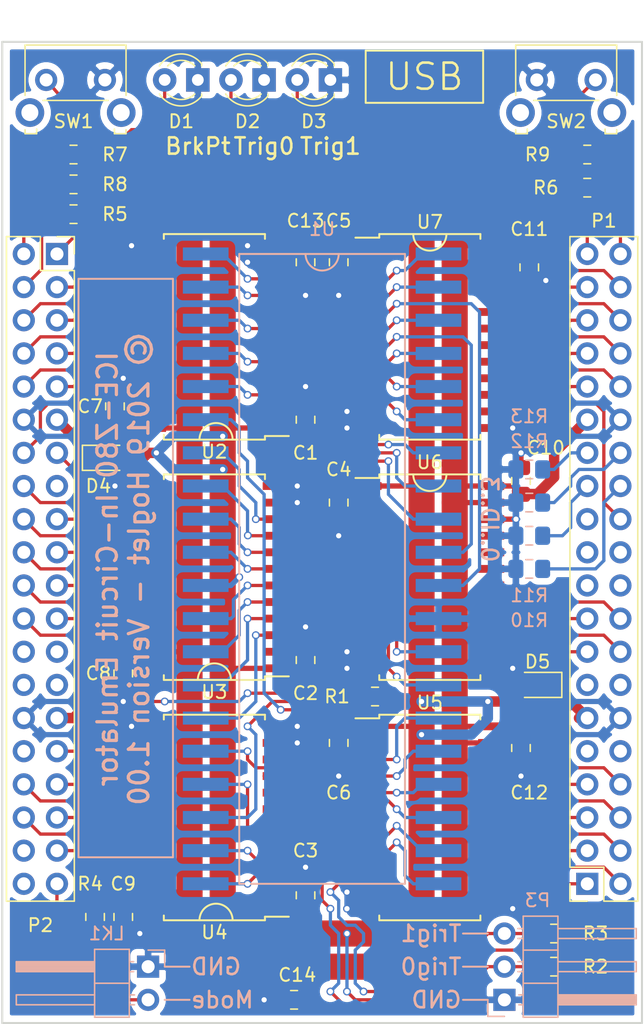
<source format=kicad_pcb>
(kicad_pcb (version 20171130) (host pcbnew 5.1.4-e60b266~84~ubuntu18.04.1)
  (layers (0 F.Cu signal) (31 B.Cu signal) (34 B.Paste user) (35 F.Paste user) (36 B.SilkS user) (37 F.SilkS user) (38 B.Mask user) (39 F.Mask user) (44 Edge.Cuts user))
  (net 0 "")
  (net 1 /GND)
  (net 2 /D7)
  (net 3 /D6)
  (net 4 /D5)
  (net 5 /D4)
  (net 6 /D3)
  (net 7 /D2)
  (net 8 /D1)
  (net 9 /D0)
  (net 10 /5V)
  (net 11 /3V3)
  (net 12 /A0)
  (net 13 /A1)
  (net 14 /A2)
  (net 15 /A3)
  (net 16 /A4)
  (net 17 /A5)
  (net 18 /A6)
  (net 19 /A7)
  (net 20 /A8)
  (net 21 /A9)
  (net 22 /A10)
  (net 23 /A11)
  (net 24 /A12)
  (net 25 /A13)
  (net 26 /A14)
  (net 27 /A15)
  (net 28 "Net-(R1-Pad2)")
  (net 29 /LV_A0)
  (net 30 /LV_A1)
  (net 31 /LV_A2)
  (net 32 /LV_A3)
  (net 33 /LV_A4)
  (net 34 /LV_A5)
  (net 35 /LV_A6)
  (net 36 /LV_A7)
  (net 37 /LV_A9)
  (net 38 /LV_A10)
  (net 39 /LV_A11)
  (net 40 /LV_A15)
  (net 41 /LV_A14)
  (net 42 /LV_A13)
  (net 43 /LV_D7)
  (net 44 /LV_D6)
  (net 45 /LV_D5)
  (net 46 /LV_D4)
  (net 47 /LV_D3)
  (net 48 /LV_D2)
  (net 49 /LV_D1)
  (net 50 /LV_D0)
  (net 51 /LV_OED)
  (net 52 /LV_A12)
  (net 53 "Net-(P1-Pad14)")
  (net 54 "Net-(P1-Pad13)")
  (net 55 "Net-(P1-Pad10)")
  (net 56 "Net-(P2-Pad28)")
  (net 57 "Net-(P2-Pad27)")
  (net 58 "Net-(P2-Pad25)")
  (net 59 "Net-(P2-Pad15)")
  (net 60 "Net-(D1-Pad2)")
  (net 61 "Net-(D2-Pad2)")
  (net 62 "Net-(D3-Pad2)")
  (net 63 /VIN2)
  (net 64 /VIN1)
  (net 65 /SW2)
  (net 66 /LED3)
  (net 67 /LV_TRIG1)
  (net 68 /LV_TRIG0)
  (net 69 /JUMPER)
  (net 70 /LED2)
  (net 71 /SW1)
  (net 72 /LED1)
  (net 73 /TRIG1)
  (net 74 /TRIG0)
  (net 75 /LV_DIRD)
  (net 76 /ID3)
  (net 77 /ID2)
  (net 78 /ID1)
  (net 79 /ID0)
  (net 80 "Net-(P1-Pad23)")
  (net 81 "Net-(P1-Pad22)")
  (net 82 "Net-(P1-Pad21)")
  (net 83 "Net-(P1-Pad20)")
  (net 84 "Net-(P1-Pad19)")
  (net 85 "Net-(P1-Pad9)")
  (net 86 "Net-(P2-Pad40)")
  (net 87 "Net-(P2-Pad38)")
  (net 88 "Net-(P2-Pad32)")
  (net 89 "Net-(P2-Pad26)")
  (net 90 /RFSH)
  (net 91 /M1)
  (net 92 /RESET)
  (net 93 /BUSRQ)
  (net 94 /WAIT)
  (net 95 /BUSACK)
  (net 96 /WR)
  (net 97 /IORQ)
  (net 98 /MREQ)
  (net 99 /HALT)
  (net 100 /NMI)
  (net 101 /INT)
  (net 102 /CLK)
  (net 103 /RD)
  (net 104 /LV_OEC)
  (net 105 /LV_WR)
  (net 106 /LV_RD)
  (net 107 /LV_IORQ)
  (net 108 /LV_MREQ)
  (net 109 /LV_RFSH)
  (net 110 /LV_M1)
  (net 111 /LV_BUSACK)
  (net 112 /LV_HALT)
  (net 113 /LV_CLK)
  (net 114 /LV_RESET)
  (net 115 /LV_BUSRQ)
  (net 116 /LV_WAIT)
  (net 117 /LV_INT)
  (net 118 /LV_NMI)
  (net 119 "Net-(U6-Pad21)")
  (net 120 "Net-(U6-Pad20)")
  (net 121 "Net-(U6-Pad19)")
  (net 122 "Net-(U6-Pad18)")
  (net 123 "Net-(U6-Pad6)")
  (net 124 "Net-(U6-Pad5)")
  (net 125 "Net-(U6-Pad4)")
  (net 126 "Net-(U6-Pad3)")
  (net 127 "Net-(U4-Pad10)")
  (net 128 "Net-(U4-Pad9)")
  (net 129 "Net-(U4-Pad17)")
  (net 130 "Net-(U4-Pad16)")
  (net 131 "Net-(U4-Pad15)")
  (net 132 "Net-(U4-Pad14)")
  (net 133 "Net-(U4-Pad8)")
  (net 134 "Net-(U4-Pad7)")
  (net 135 /LV_A8)
  (net 136 /LV_OEA1)
  (net 137 /LV_OEA2)
  (module Capacitor_SMD:C_0805_2012Metric_Pad1.15x1.40mm_HandSolder (layer F.Cu) (at 191.77 97.155 90)
    (fp_text reference C2 (at -2.54 0 180) (layer F.SilkS))
    (fp_text value 100nF)
    (pad 2 smd roundrect (at 1.025 0 90) (size 1.15 1.4) (layers F.Cu F.Paste F.Mask) (roundrect_rratio 0.217391) (net 1 /GND))
    (pad 1 smd roundrect (at -1.025 0 90) (size 1.15 1.4) (layers F.Cu F.Paste F.Mask) (roundrect_rratio 0.217391) (net 10 /5V))
  )
  (module footprints:dip40_smt_header (layer B.Cu) (at 185.42 66.04 180)
    (fp_text reference U1 (at -7.62 1.905) (layer B.SilkS) (effects (justify mirror)))
    (fp_text value Z80CPU)
    (pad 40 smd rect (at -15.24 0 180) (size 3.5 1) (drill (offset -1.3 0)) (layers B.Cu B.Paste B.Mask) (net 22 /A10))
    (pad 39 smd rect (at -15.24 -2.54 180) (size 3.5 1) (drill (offset -1.3 0)) (layers B.Cu B.Paste B.Mask) (net 21 /A9))
    (pad 38 smd rect (at -15.24 -5.08 180) (size 3.5 1) (drill (offset -1.3 0)) (layers B.Cu B.Paste B.Mask) (net 20 /A8))
    (pad 37 smd rect (at -15.24 -7.62 180) (size 3.5 1) (drill (offset -1.3 0)) (layers B.Cu B.Paste B.Mask) (net 19 /A7))
    (pad 36 smd rect (at -15.24 -10.16 180) (size 3.5 1) (drill (offset -1.3 0)) (layers B.Cu B.Paste B.Mask) (net 18 /A6))
    (pad 35 smd rect (at -15.24 -12.7 180) (size 3.5 1) (drill (offset -1.3 0)) (layers B.Cu B.Paste B.Mask) (net 17 /A5))
    (pad 34 smd rect (at -15.24 -15.24 180) (size 3.5 1) (drill (offset -1.3 0)) (layers B.Cu B.Paste B.Mask) (net 16 /A4))
    (pad 33 smd rect (at -15.24 -17.78 180) (size 3.5 1) (drill (offset -1.3 0)) (layers B.Cu B.Paste B.Mask) (net 15 /A3))
    (pad 32 smd rect (at -15.24 -20.32 180) (size 3.5 1) (drill (offset -1.3 0)) (layers B.Cu B.Paste B.Mask) (net 14 /A2))
    (pad 31 smd rect (at -15.24 -22.86 180) (size 3.5 1) (drill (offset -1.3 0)) (layers B.Cu B.Paste B.Mask) (net 13 /A1))
    (pad 30 smd rect (at -15.24 -25.4 180) (size 3.5 1) (drill (offset -1.3 0)) (layers B.Cu B.Paste B.Mask) (net 12 /A0))
    (pad 29 smd rect (at -15.24 -27.94 180) (size 3.5 1) (drill (offset -1.3 0)) (layers B.Cu B.Paste B.Mask) (net 1 /GND))
    (pad 28 smd rect (at -15.24 -30.48 180) (size 3.5 1) (drill (offset -1.3 0)) (layers B.Cu B.Paste B.Mask) (net 90 /RFSH))
    (pad 27 smd rect (at -15.24 -33.02 180) (size 3.5 1) (drill (offset -1.3 0)) (layers B.Cu B.Paste B.Mask) (net 91 /M1))
    (pad 26 smd rect (at -15.24 -35.56 180) (size 3.5 1) (drill (offset -1.3 0)) (layers B.Cu B.Paste B.Mask) (net 92 /RESET))
    (pad 25 smd rect (at -15.24 -38.1 180) (size 3.5 1) (drill (offset -1.3 0)) (layers B.Cu B.Paste B.Mask) (net 93 /BUSRQ))
    (pad 24 smd rect (at -15.24 -40.64 180) (size 3.5 1) (drill (offset -1.3 0)) (layers B.Cu B.Paste B.Mask) (net 94 /WAIT))
    (pad 23 smd rect (at -15.24 -43.18 180) (size 3.5 1) (drill (offset -1.3 0)) (layers B.Cu B.Paste B.Mask) (net 95 /BUSACK))
    (pad 22 smd rect (at -15.24 -45.72 180) (size 3.5 1) (drill (offset -1.3 0)) (layers B.Cu B.Paste B.Mask) (net 96 /WR))
    (pad 20 smd rect (at 0 -48.26 180) (size 3.5 1) (drill (offset 1.3 0)) (layers B.Cu B.Paste B.Mask) (net 97 /IORQ))
    (pad 19 smd rect (at 0 -45.72 180) (size 3.5 1) (drill (offset 1.3 0)) (layers B.Cu B.Paste B.Mask) (net 98 /MREQ))
    (pad 18 smd rect (at 0 -43.18 180) (size 3.5 1) (drill (offset 1.3 0)) (layers B.Cu B.Paste B.Mask) (net 99 /HALT))
    (pad 17 smd rect (at 0 -40.64 180) (size 3.5 1) (drill (offset 1.3 0)) (layers B.Cu B.Paste B.Mask) (net 100 /NMI))
    (pad 16 smd rect (at 0 -38.1 180) (size 3.5 1) (drill (offset 1.3 0)) (layers B.Cu B.Paste B.Mask) (net 101 /INT))
    (pad 15 smd rect (at 0 -35.56 180) (size 3.5 1) (drill (offset 1.3 0)) (layers B.Cu B.Paste B.Mask) (net 8 /D1))
    (pad 14 smd rect (at 0 -33.02 180) (size 3.5 1) (drill (offset 1.3 0)) (layers B.Cu B.Paste B.Mask) (net 9 /D0))
    (pad 13 smd rect (at 0 -30.48 180) (size 3.5 1) (drill (offset 1.3 0)) (layers B.Cu B.Paste B.Mask) (net 2 /D7))
    (pad 12 smd rect (at 0 -27.94 180) (size 3.5 1) (drill (offset 1.3 0)) (layers B.Cu B.Paste B.Mask) (net 7 /D2))
    (pad 11 smd rect (at 0 -25.4 180) (size 3.5 1) (drill (offset 1.3 0)) (layers B.Cu B.Paste B.Mask) (net 10 /5V))
    (pad 10 smd rect (at 0 -22.86 180) (size 3.5 1) (drill (offset 1.3 0)) (layers B.Cu B.Paste B.Mask) (net 3 /D6))
    (pad 9 smd rect (at 0 -20.32 180) (size 3.5 1) (drill (offset 1.3 0)) (layers B.Cu B.Paste B.Mask) (net 4 /D5))
    (pad 8 smd rect (at 0 -17.78 180) (size 3.5 1) (drill (offset 1.3 0)) (layers B.Cu B.Paste B.Mask) (net 6 /D3))
    (pad 7 smd rect (at 0 -15.24 180) (size 3.5 1) (drill (offset 1.3 0)) (layers B.Cu B.Paste B.Mask) (net 5 /D4))
    (pad 6 smd rect (at 0 -12.7 180) (size 3.5 1) (drill (offset 1.3 0)) (layers B.Cu B.Paste B.Mask) (net 102 /CLK))
    (pad 5 smd rect (at 0 -10.16 180) (size 3.5 1) (drill (offset 1.3 0)) (layers B.Cu B.Paste B.Mask) (net 27 /A15))
    (pad 4 smd rect (at 0 -7.62 180) (size 3.5 1) (drill (offset 1.3 0)) (layers B.Cu B.Paste B.Mask) (net 26 /A14))
    (pad 3 smd rect (at 0 -5.08 180) (size 3.5 1) (drill (offset 1.3 0)) (layers B.Cu B.Paste B.Mask) (net 25 /A13))
    (pad 2 smd rect (at 0 -2.54 180) (size 3.5 1) (drill (offset 1.3 0)) (layers B.Cu B.Paste B.Mask) (net 24 /A12))
    (pad 1 smd rect (at 0 0 180) (size 3.5 1) (drill (offset 1.3 0)) (layers B.Cu B.Paste B.Mask) (net 23 /A11))
    (pad 21 smd rect (at -15.24 -48.26 180) (size 3.5 1) (drill (offset -1.3 0)) (layers B.Cu B.Paste B.Mask) (net 103 /RD))
  )
  (module Capacitor_SMD:C_0805_2012Metric_Pad1.15x1.40mm_HandSolder (layer F.Cu) (at 208.28 103.895 270)
    (fp_text reference C12 (at 3.42 -0.635 180) (layer F.SilkS))
    (fp_text value 100nF)
    (pad 2 smd roundrect (at 1.025 0 270) (size 1.15 1.4) (layers F.Cu F.Paste F.Mask) (roundrect_rratio 0.217391) (net 1 /GND))
    (pad 1 smd roundrect (at -1.025 0 270) (size 1.15 1.4) (layers F.Cu F.Paste F.Mask) (roundrect_rratio 0.217391) (net 11 /3V3))
  )
  (module Capacitor_SMD:C_0805_2012Metric_Pad1.15x1.40mm_HandSolder (layer F.Cu) (at 194.31 103.505 270)
    (fp_text reference C6 (at 3.81 0 180) (layer F.SilkS))
    (fp_text value 100nF)
    (pad 2 smd roundrect (at 1.025 0 270) (size 1.15 1.4) (layers F.Cu F.Paste F.Mask) (roundrect_rratio 0.217391) (net 1 /GND))
    (pad 1 smd roundrect (at -1.025 0 270) (size 1.15 1.4) (layers F.Cu F.Paste F.Mask) (roundrect_rratio 0.217391) (net 10 /5V))
  )
  (module footprints:SOIC-24W_7.5x15.4mm_Pitch1.27mm (layer F.Cu) (at 201.295 109.22)
    (fp_text reference U5 (at 0 -8.8) (layer F.SilkS))
    (fp_text value 74LVC4245)
    (pad 24 smd rect (at 4.7 -6.985) (size 2 0.6) (layers F.Cu F.Paste F.Mask) (net 11 /3V3))
    (pad 23 smd rect (at 4.7 -5.715) (size 2 0.6) (layers F.Cu F.Paste F.Mask) (net 11 /3V3))
    (pad 22 smd rect (at 4.7 -4.445) (size 2 0.6) (layers F.Cu F.Paste F.Mask) (net 1 /GND))
    (pad 21 smd rect (at 4.7 -3.175) (size 2 0.6) (layers F.Cu F.Paste F.Mask) (net 114 /LV_RESET))
    (pad 20 smd rect (at 4.7 -1.905) (size 2 0.6) (layers F.Cu F.Paste F.Mask) (net 115 /LV_BUSRQ))
    (pad 19 smd rect (at 4.7 -0.635) (size 2 0.6) (layers F.Cu F.Paste F.Mask) (net 116 /LV_WAIT))
    (pad 18 smd rect (at 4.7 0.635) (size 2 0.6) (layers F.Cu F.Paste F.Mask) (net 113 /LV_CLK))
    (pad 17 smd rect (at 4.7 1.905) (size 2 0.6) (layers F.Cu F.Paste F.Mask) (net 117 /LV_INT))
    (pad 16 smd rect (at 4.7 3.175) (size 2 0.6) (layers F.Cu F.Paste F.Mask) (net 118 /LV_NMI))
    (pad 15 smd rect (at 4.7 4.445) (size 2 0.6) (layers F.Cu F.Paste F.Mask) (net 68 /LV_TRIG0))
    (pad 14 smd rect (at 4.7 5.715) (size 2 0.6) (layers F.Cu F.Paste F.Mask) (net 67 /LV_TRIG1))
    (pad 13 smd rect (at 4.7 6.985) (size 2 0.6) (layers F.Cu F.Paste F.Mask) (net 1 /GND))
    (pad 12 smd rect (at -4.7 6.985) (size 2 0.6) (layers F.Cu F.Paste F.Mask) (net 1 /GND))
    (pad 11 smd rect (at -4.7 5.715) (size 2 0.6) (layers F.Cu F.Paste F.Mask) (net 1 /GND))
    (pad 10 smd rect (at -4.7 4.445) (size 2 0.6) (layers F.Cu F.Paste F.Mask) (net 73 /TRIG1))
    (pad 9 smd rect (at -4.7 3.175) (size 2 0.6) (layers F.Cu F.Paste F.Mask) (net 74 /TRIG0))
    (pad 8 smd rect (at -4.7 1.905) (size 2 0.6) (layers F.Cu F.Paste F.Mask) (net 100 /NMI))
    (pad 7 smd rect (at -4.7 0.635) (size 2 0.6) (layers F.Cu F.Paste F.Mask) (net 101 /INT))
    (pad 6 smd rect (at -4.7 -0.635) (size 2 0.6) (layers F.Cu F.Paste F.Mask) (net 102 /CLK))
    (pad 5 smd rect (at -4.7 -1.905) (size 2 0.6) (layers F.Cu F.Paste F.Mask) (net 94 /WAIT))
    (pad 4 smd rect (at -4.7 -3.175) (size 2 0.6) (layers F.Cu F.Paste F.Mask) (net 93 /BUSRQ))
    (pad 3 smd rect (at -4.7 -4.445) (size 2 0.6) (layers F.Cu F.Paste F.Mask) (net 92 /RESET))
    (pad 2 smd rect (at -4.7 -5.715) (size 2 0.6) (layers F.Cu F.Paste F.Mask) (net 28 "Net-(R1-Pad2)"))
    (pad 1 smd rect (at -4.7 -6.985) (size 2 0.6) (layers F.Cu F.Paste F.Mask) (net 10 /5V))
  )
  (module Resistor_SMD:R_0805_2012Metric_Pad1.15x1.40mm_HandSolder (layer F.Cu) (at 197.095 99.949 180)
    (fp_text reference R1 (at 2.912 0) (layer F.SilkS))
    (fp_text value 22K)
    (pad 2 smd roundrect (at 1.025 0 180) (size 1.15 1.4) (layers F.Cu F.Paste F.Mask) (roundrect_rratio 0.217391) (net 28 "Net-(R1-Pad2)"))
    (pad 1 smd roundrect (at -1.025 0 180) (size 1.15 1.4) (layers F.Cu F.Paste F.Mask) (roundrect_rratio 0.217391) (net 10 /5V))
  )
  (module Resistor_SMD:R_0805_2012Metric_Pad1.15x1.40mm_HandSolder (layer B.Cu) (at 208.915 82.55)
    (fp_text reference R13 (at 0 -4.064) (layer B.SilkS) (effects (justify mirror)))
    (fp_text value 0)
    (pad 2 smd roundrect (at 1.025 0) (size 1.15 1.4) (layers B.Cu B.Paste B.Mask) (roundrect_rratio 0.217391) (net 76 /ID3))
    (pad 1 smd roundrect (at -1.025 0) (size 1.15 1.4) (layers B.Cu B.Paste B.Mask) (roundrect_rratio 0.217391) (net 1 /GND))
  )
  (module Resistor_SMD:R_0805_2012Metric_Pad1.15x1.40mm_HandSolder (layer B.Cu) (at 208.915 85.09)
    (fp_text reference R12 (at 0 -4.699) (layer B.SilkS) (effects (justify mirror)))
    (fp_text value 0)
    (pad 2 smd roundrect (at 1.025 0) (size 1.15 1.4) (layers B.Cu B.Paste B.Mask) (roundrect_rratio 0.217391) (net 77 /ID2))
    (pad 1 smd roundrect (at -1.025 0) (size 1.15 1.4) (layers B.Cu B.Paste B.Mask) (roundrect_rratio 0.217391) (net 1 /GND))
  )
  (module Resistor_SMD:R_0805_2012Metric_Pad1.15x1.40mm_HandSolder (layer B.Cu) (at 208.915 87.63)
    (fp_text reference R11 (at 0 4.572) (layer B.SilkS) (effects (justify mirror)))
    (fp_text value 0)
    (pad 2 smd roundrect (at 1.025 0) (size 1.15 1.4) (layers B.Cu B.Paste B.Mask) (roundrect_rratio 0.217391) (net 78 /ID1))
    (pad 1 smd roundrect (at -1.025 0) (size 1.15 1.4) (layers B.Cu B.Paste B.Mask) (roundrect_rratio 0.217391) (net 1 /GND))
  )
  (module Resistor_SMD:R_0805_2012Metric_Pad1.15x1.40mm_HandSolder (layer B.Cu) (at 208.915 90.17)
    (fp_text reference R10 (at 0 3.937) (layer B.SilkS) (effects (justify mirror)))
    (fp_text value 0)
    (pad 2 smd roundrect (at 1.025 0) (size 1.15 1.4) (layers B.Cu B.Paste B.Mask) (roundrect_rratio 0.217391) (net 79 /ID0))
    (pad 1 smd roundrect (at -1.025 0) (size 1.15 1.4) (layers B.Cu B.Paste B.Mask) (roundrect_rratio 0.217391) (net 1 /GND))
  )
  (module Resistor_SMD:R_0805_2012Metric_Pad1.15x1.40mm_HandSolder (layer F.Cu) (at 210.82 118.11 180)
    (fp_text reference R3 (at -3.175 0 180) (layer F.SilkS))
    (fp_text value 22K)
    (pad 1 smd roundrect (at -1.025 0 180) (size 1.15 1.4) (layers F.Cu F.Paste F.Mask) (roundrect_rratio 0.217391) (net 10 /5V))
    (pad 2 smd roundrect (at 1.025 0 180) (size 1.15 1.4) (layers F.Cu F.Paste F.Mask) (roundrect_rratio 0.217391) (net 73 /TRIG1))
  )
  (module footprints:SOIC-24W_7.5x15.4mm_Pitch1.27mm (layer F.Cu) (at 184.785 72.39 180)
    (fp_text reference U2 (at 0 -8.8 180) (layer F.SilkS))
    (fp_text value 74LVC4245)
    (pad 24 smd rect (at 4.7 -6.985 180) (size 2 0.6) (layers F.Cu F.Paste F.Mask) (net 11 /3V3))
    (pad 23 smd rect (at 4.7 -5.715 180) (size 2 0.6) (layers F.Cu F.Paste F.Mask) (net 11 /3V3))
    (pad 22 smd rect (at 4.7 -4.445 180) (size 2 0.6) (layers F.Cu F.Paste F.Mask) (net 136 /LV_OEA1))
    (pad 21 smd rect (at 4.7 -3.175 180) (size 2 0.6) (layers F.Cu F.Paste F.Mask) (net 40 /LV_A15))
    (pad 20 smd rect (at 4.7 -1.905 180) (size 2 0.6) (layers F.Cu F.Paste F.Mask) (net 31 /LV_A2))
    (pad 19 smd rect (at 4.7 -0.635 180) (size 2 0.6) (layers F.Cu F.Paste F.Mask) (net 41 /LV_A14))
    (pad 18 smd rect (at 4.7 0.635 180) (size 2 0.6) (layers F.Cu F.Paste F.Mask) (net 32 /LV_A3))
    (pad 17 smd rect (at 4.7 1.905 180) (size 2 0.6) (layers F.Cu F.Paste F.Mask) (net 42 /LV_A13))
    (pad 16 smd rect (at 4.7 3.175 180) (size 2 0.6) (layers F.Cu F.Paste F.Mask) (net 33 /LV_A4))
    (pad 15 smd rect (at 4.7 4.445 180) (size 2 0.6) (layers F.Cu F.Paste F.Mask) (net 52 /LV_A12))
    (pad 14 smd rect (at 4.7 5.715 180) (size 2 0.6) (layers F.Cu F.Paste F.Mask) (net 39 /LV_A11))
    (pad 13 smd rect (at 4.7 6.985 180) (size 2 0.6) (layers F.Cu F.Paste F.Mask) (net 1 /GND))
    (pad 12 smd rect (at -4.7 6.985 180) (size 2 0.6) (layers F.Cu F.Paste F.Mask) (net 1 /GND))
    (pad 11 smd rect (at -4.7 5.715 180) (size 2 0.6) (layers F.Cu F.Paste F.Mask) (net 1 /GND))
    (pad 10 smd rect (at -4.7 4.445 180) (size 2 0.6) (layers F.Cu F.Paste F.Mask) (net 23 /A11))
    (pad 9 smd rect (at -4.7 3.175 180) (size 2 0.6) (layers F.Cu F.Paste F.Mask) (net 24 /A12))
    (pad 8 smd rect (at -4.7 1.905 180) (size 2 0.6) (layers F.Cu F.Paste F.Mask) (net 16 /A4))
    (pad 7 smd rect (at -4.7 0.635 180) (size 2 0.6) (layers F.Cu F.Paste F.Mask) (net 25 /A13))
    (pad 6 smd rect (at -4.7 -0.635 180) (size 2 0.6) (layers F.Cu F.Paste F.Mask) (net 15 /A3))
    (pad 5 smd rect (at -4.7 -1.905 180) (size 2 0.6) (layers F.Cu F.Paste F.Mask) (net 26 /A14))
    (pad 4 smd rect (at -4.7 -3.175 180) (size 2 0.6) (layers F.Cu F.Paste F.Mask) (net 14 /A2))
    (pad 3 smd rect (at -4.7 -4.445 180) (size 2 0.6) (layers F.Cu F.Paste F.Mask) (net 27 /A15))
    (pad 2 smd rect (at -4.7 -5.715 180) (size 2 0.6) (layers F.Cu F.Paste F.Mask) (net 1 /GND))
    (pad 1 smd rect (at -4.7 -6.985 180) (size 2 0.6) (layers F.Cu F.Paste F.Mask) (net 10 /5V))
  )
  (module Connector_PinHeader_2.54mm:PinHeader_1x02_P2.54mm_Horizontal (layer B.Cu) (at 179.705 120.65 180)
    (fp_text reference LK1 (at 3.175 2.54) (layer B.SilkS) (effects (justify mirror)))
    (fp_text value Conn_01x02)
    (pad 2 thru_hole oval (at 0 -2.54 180) (size 1.7 1.7) (drill 1) (layers *.Cu *.Mask) (net 69 /JUMPER))
    (pad 1 thru_hole rect (at 0 0 180) (size 1.7 1.7) (drill 1) (layers *.Cu *.Mask) (net 1 /GND))
  )
  (module Connector_PinHeader_2.54mm:PinHeader_1x03_P2.54mm_Horizontal (layer B.Cu) (at 207.01 123.19)
    (fp_text reference P3 (at 2.54 -7.62) (layer B.SilkS) (effects (justify mirror)))
    (fp_text value Conn_01x03)
    (pad 3 thru_hole oval (at 0 -5.08) (size 1.7 1.7) (drill 1) (layers *.Cu *.Mask) (net 73 /TRIG1))
    (pad 2 thru_hole oval (at 0 -2.54) (size 1.7 1.7) (drill 1) (layers *.Cu *.Mask) (net 74 /TRIG0))
    (pad 1 thru_hole rect (at 0 0) (size 1.7 1.7) (drill 1) (layers *.Cu *.Mask) (net 1 /GND))
  )
  (module footprints:SW_Tactile_SKHH_Angled (layer F.Cu) (at 209.495 52.705)
    (fp_text reference SW2 (at 2.25 3.175) (layer F.SilkS))
    (fp_text value SW_Push)
    (pad "" thru_hole circle (at 5.75 2.5 180) (size 2.2 2.2) (drill 1.3) (layers *.Cu *.Mask))
    (pad "" thru_hole circle (at -1.25 2.5 180) (size 2.2 2.2) (drill 1.3) (layers *.Cu *.Mask))
    (pad 2 thru_hole circle (at 4.5 0 180) (size 1.7 1.7) (drill 1) (layers *.Cu *.Mask) (net 65 /SW2))
    (pad 1 thru_hole circle (at 0 0 180) (size 1.7 1.7) (drill 1) (layers *.Cu *.Mask) (net 1 /GND))
  )
  (module footprints:SW_Tactile_SKHH_Angled (layer F.Cu) (at 171.8945 52.705)
    (fp_text reference SW1 (at 2.0955 3.175) (layer F.SilkS))
    (fp_text value SW_Push)
    (pad "" thru_hole circle (at 5.75 2.5 180) (size 2.2 2.2) (drill 1.3) (layers *.Cu *.Mask))
    (pad "" thru_hole circle (at -1.25 2.5 180) (size 2.2 2.2) (drill 1.3) (layers *.Cu *.Mask))
    (pad 2 thru_hole circle (at 4.5 0 180) (size 1.7 1.7) (drill 1) (layers *.Cu *.Mask) (net 1 /GND))
    (pad 1 thru_hole circle (at 0 0 180) (size 1.7 1.7) (drill 1) (layers *.Cu *.Mask) (net 71 /SW1))
  )
  (module LED_THT:LED_D3.0mm (layer F.Cu) (at 188.595 52.705 180)
    (fp_text reference D2 (at 1.27 -3.175) (layer F.SilkS))
    (fp_text value LED)
    (pad 2 thru_hole circle (at 2.54 0 180) (size 1.8 1.8) (drill 0.9) (layers *.Cu *.Mask) (net 61 "Net-(D2-Pad2)"))
    (pad 1 thru_hole rect (at 0 0 180) (size 1.8 1.8) (drill 0.9) (layers *.Cu *.Mask) (net 1 /GND))
  )
  (module LED_THT:LED_D3.0mm (layer F.Cu) (at 193.675 52.705 180)
    (fp_text reference D3 (at 1.27 -3.175) (layer F.SilkS))
    (fp_text value LED)
    (pad 2 thru_hole circle (at 2.54 0 180) (size 1.8 1.8) (drill 0.9) (layers *.Cu *.Mask) (net 62 "Net-(D3-Pad2)"))
    (pad 1 thru_hole rect (at 0 0 180) (size 1.8 1.8) (drill 0.9) (layers *.Cu *.Mask) (net 1 /GND))
  )
  (module LED_THT:LED_D3.0mm (layer F.Cu) (at 183.515 52.705 180)
    (fp_text reference D1 (at 1.27 -3.175) (layer F.SilkS))
    (fp_text value LED)
    (pad 2 thru_hole circle (at 2.54 0 180) (size 1.8 1.8) (drill 0.9) (layers *.Cu *.Mask) (net 60 "Net-(D1-Pad2)"))
    (pad 1 thru_hole rect (at 0 0 180) (size 1.8 1.8) (drill 0.9) (layers *.Cu *.Mask) (net 1 /GND))
  )
  (module Connector_PinSocket_2.54mm:PinSocket_2x20_P2.54mm_Vertical (layer F.Cu) (at 172.72 66.04)
    (fp_text reference P2 (at -1.27 51.435) (layer F.SilkS))
    (fp_text value Conn_02x20_Odd_Even)
    (pad 40 thru_hole oval (at -2.54 48.26) (size 1.7 1.7) (drill 1) (layers *.Cu *.Mask) (net 86 "Net-(P2-Pad40)"))
    (pad 39 thru_hole oval (at 0 48.26) (size 1.7 1.7) (drill 1) (layers *.Cu *.Mask) (net 69 /JUMPER))
    (pad 38 thru_hole oval (at -2.54 45.72) (size 1.7 1.7) (drill 1) (layers *.Cu *.Mask) (net 87 "Net-(P2-Pad38)"))
    (pad 37 thru_hole oval (at 0 45.72) (size 1.7 1.7) (drill 1) (layers *.Cu *.Mask) (net 104 /LV_OEC))
    (pad 36 thru_hole oval (at -2.54 43.18) (size 1.7 1.7) (drill 1) (layers *.Cu *.Mask) (net 107 /LV_IORQ))
    (pad 35 thru_hole oval (at 0 43.18) (size 1.7 1.7) (drill 1) (layers *.Cu *.Mask) (net 108 /LV_MREQ))
    (pad 34 thru_hole oval (at -2.54 40.64) (size 1.7 1.7) (drill 1) (layers *.Cu *.Mask) (net 106 /LV_RD))
    (pad 33 thru_hole oval (at 0 40.64) (size 1.7 1.7) (drill 1) (layers *.Cu *.Mask) (net 105 /LV_WR))
    (pad 32 thru_hole oval (at -2.54 38.1) (size 1.7 1.7) (drill 1) (layers *.Cu *.Mask) (net 88 "Net-(P2-Pad32)"))
    (pad 31 thru_hole oval (at 0 38.1) (size 1.7 1.7) (drill 1) (layers *.Cu *.Mask) (net 75 /LV_DIRD))
    (pad 30 thru_hole oval (at -2.54 35.56) (size 1.7 1.7) (drill 1) (layers *.Cu *.Mask) (net 1 /GND))
    (pad 29 thru_hole oval (at 0 35.56) (size 1.7 1.7) (drill 1) (layers *.Cu *.Mask) (net 11 /3V3))
    (pad 28 thru_hole oval (at -2.54 33.02) (size 1.7 1.7) (drill 1) (layers *.Cu *.Mask) (net 56 "Net-(P2-Pad28)"))
    (pad 27 thru_hole oval (at 0 33.02) (size 1.7 1.7) (drill 1) (layers *.Cu *.Mask) (net 57 "Net-(P2-Pad27)"))
    (pad 26 thru_hole oval (at -2.54 30.48) (size 1.7 1.7) (drill 1) (layers *.Cu *.Mask) (net 89 "Net-(P2-Pad26)"))
    (pad 25 thru_hole oval (at 0 30.48) (size 1.7 1.7) (drill 1) (layers *.Cu *.Mask) (net 58 "Net-(P2-Pad25)"))
    (pad 24 thru_hole oval (at -2.54 27.94) (size 1.7 1.7) (drill 1) (layers *.Cu *.Mask) (net 51 /LV_OED))
    (pad 23 thru_hole oval (at 0 27.94) (size 1.7 1.7) (drill 1) (layers *.Cu *.Mask) (net 49 /LV_D1))
    (pad 22 thru_hole oval (at -2.54 25.4) (size 1.7 1.7) (drill 1) (layers *.Cu *.Mask) (net 50 /LV_D0))
    (pad 21 thru_hole oval (at 0 25.4) (size 1.7 1.7) (drill 1) (layers *.Cu *.Mask) (net 43 /LV_D7))
    (pad 20 thru_hole oval (at -2.54 22.86) (size 1.7 1.7) (drill 1) (layers *.Cu *.Mask) (net 48 /LV_D2))
    (pad 19 thru_hole oval (at 0 22.86) (size 1.7 1.7) (drill 1) (layers *.Cu *.Mask) (net 44 /LV_D6))
    (pad 18 thru_hole oval (at -2.54 20.32) (size 1.7 1.7) (drill 1) (layers *.Cu *.Mask) (net 45 /LV_D5))
    (pad 17 thru_hole oval (at 0 20.32) (size 1.7 1.7) (drill 1) (layers *.Cu *.Mask) (net 47 /LV_D3))
    (pad 16 thru_hole oval (at -2.54 17.78) (size 1.7 1.7) (drill 1) (layers *.Cu *.Mask) (net 46 /LV_D4))
    (pad 15 thru_hole oval (at 0 17.78) (size 1.7 1.7) (drill 1) (layers *.Cu *.Mask) (net 59 "Net-(P2-Pad15)"))
    (pad 14 thru_hole oval (at -2.54 15.24) (size 1.7 1.7) (drill 1) (layers *.Cu *.Mask) (net 40 /LV_A15))
    (pad 13 thru_hole oval (at 0 15.24) (size 1.7 1.7) (drill 1) (layers *.Cu *.Mask) (net 136 /LV_OEA1))
    (pad 12 thru_hole oval (at -2.54 12.7) (size 1.7 1.7) (drill 1) (layers *.Cu *.Mask) (net 1 /GND))
    (pad 11 thru_hole oval (at 0 12.7) (size 1.7 1.7) (drill 1) (layers *.Cu *.Mask) (net 63 /VIN2))
    (pad 10 thru_hole oval (at -2.54 10.16) (size 1.7 1.7) (drill 1) (layers *.Cu *.Mask) (net 41 /LV_A14))
    (pad 9 thru_hole oval (at 0 10.16) (size 1.7 1.7) (drill 1) (layers *.Cu *.Mask) (net 31 /LV_A2))
    (pad 8 thru_hole oval (at -2.54 7.62) (size 1.7 1.7) (drill 1) (layers *.Cu *.Mask) (net 42 /LV_A13))
    (pad 7 thru_hole oval (at 0 7.62) (size 1.7 1.7) (drill 1) (layers *.Cu *.Mask) (net 32 /LV_A3))
    (pad 6 thru_hole oval (at -2.54 5.08) (size 1.7 1.7) (drill 1) (layers *.Cu *.Mask) (net 52 /LV_A12))
    (pad 5 thru_hole oval (at 0 5.08) (size 1.7 1.7) (drill 1) (layers *.Cu *.Mask) (net 33 /LV_A4))
    (pad 4 thru_hole oval (at -2.54 2.54) (size 1.7 1.7) (drill 1) (layers *.Cu *.Mask) (net 70 /LED2))
    (pad 3 thru_hole oval (at 0 2.54) (size 1.7 1.7) (drill 1) (layers *.Cu *.Mask) (net 39 /LV_A11))
    (pad 2 thru_hole oval (at -2.54 0) (size 1.7 1.7) (drill 1) (layers *.Cu *.Mask) (net 72 /LED1))
    (pad 1 thru_hole rect (at 0 0) (size 1.7 1.7) (drill 1) (layers *.Cu *.Mask) (net 71 /SW1))
  )
  (module Connector_PinSocket_2.54mm:PinSocket_2x20_P2.54mm_Vertical (layer F.Cu) (at 213.36 114.3 180)
    (fp_text reference P1 (at -1.27 50.8) (layer F.SilkS))
    (fp_text value Conn_02x20_Odd_Even)
    (pad 40 thru_hole oval (at -2.54 48.26 180) (size 1.7 1.7) (drill 1) (layers *.Cu *.Mask) (net 66 /LED3))
    (pad 39 thru_hole oval (at 0 48.26 180) (size 1.7 1.7) (drill 1) (layers *.Cu *.Mask) (net 65 /SW2))
    (pad 38 thru_hole oval (at -2.54 45.72 180) (size 1.7 1.7) (drill 1) (layers *.Cu *.Mask) (net 137 /LV_OEA2))
    (pad 37 thru_hole oval (at 0 45.72 180) (size 1.7 1.7) (drill 1) (layers *.Cu *.Mask) (net 38 /LV_A10))
    (pad 36 thru_hole oval (at -2.54 43.18 180) (size 1.7 1.7) (drill 1) (layers *.Cu *.Mask) (net 37 /LV_A9))
    (pad 35 thru_hole oval (at 0 43.18 180) (size 1.7 1.7) (drill 1) (layers *.Cu *.Mask) (net 29 /LV_A0))
    (pad 34 thru_hole oval (at -2.54 40.64 180) (size 1.7 1.7) (drill 1) (layers *.Cu *.Mask) (net 135 /LV_A8))
    (pad 33 thru_hole oval (at 0 40.64 180) (size 1.7 1.7) (drill 1) (layers *.Cu *.Mask) (net 30 /LV_A1))
    (pad 32 thru_hole oval (at -2.54 38.1 180) (size 1.7 1.7) (drill 1) (layers *.Cu *.Mask) (net 36 /LV_A7))
    (pad 31 thru_hole oval (at 0 38.1 180) (size 1.7 1.7) (drill 1) (layers *.Cu *.Mask) (net 35 /LV_A6))
    (pad 30 thru_hole oval (at -2.54 35.56 180) (size 1.7 1.7) (drill 1) (layers *.Cu *.Mask) (net 1 /GND))
    (pad 29 thru_hole oval (at 0 35.56 180) (size 1.7 1.7) (drill 1) (layers *.Cu *.Mask) (net 11 /3V3))
    (pad 28 thru_hole oval (at -2.54 33.02 180) (size 1.7 1.7) (drill 1) (layers *.Cu *.Mask) (net 77 /ID2))
    (pad 27 thru_hole oval (at 0 33.02 180) (size 1.7 1.7) (drill 1) (layers *.Cu *.Mask) (net 76 /ID3))
    (pad 26 thru_hole oval (at -2.54 30.48 180) (size 1.7 1.7) (drill 1) (layers *.Cu *.Mask) (net 79 /ID0))
    (pad 25 thru_hole oval (at 0 30.48 180) (size 1.7 1.7) (drill 1) (layers *.Cu *.Mask) (net 78 /ID1))
    (pad 24 thru_hole oval (at -2.54 27.94 180) (size 1.7 1.7) (drill 1) (layers *.Cu *.Mask) (net 34 /LV_A5))
    (pad 23 thru_hole oval (at 0 27.94 180) (size 1.7 1.7) (drill 1) (layers *.Cu *.Mask) (net 80 "Net-(P1-Pad23)"))
    (pad 22 thru_hole oval (at -2.54 25.4 180) (size 1.7 1.7) (drill 1) (layers *.Cu *.Mask) (net 81 "Net-(P1-Pad22)"))
    (pad 21 thru_hole oval (at 0 25.4 180) (size 1.7 1.7) (drill 1) (layers *.Cu *.Mask) (net 82 "Net-(P1-Pad21)"))
    (pad 20 thru_hole oval (at -2.54 22.86 180) (size 1.7 1.7) (drill 1) (layers *.Cu *.Mask) (net 83 "Net-(P1-Pad20)"))
    (pad 19 thru_hole oval (at 0 22.86 180) (size 1.7 1.7) (drill 1) (layers *.Cu *.Mask) (net 84 "Net-(P1-Pad19)"))
    (pad 18 thru_hole oval (at -2.54 20.32 180) (size 1.7 1.7) (drill 1) (layers *.Cu *.Mask) (net 109 /LV_RFSH))
    (pad 17 thru_hole oval (at 0 20.32 180) (size 1.7 1.7) (drill 1) (layers *.Cu *.Mask) (net 110 /LV_M1))
    (pad 16 thru_hole oval (at -2.54 17.78 180) (size 1.7 1.7) (drill 1) (layers *.Cu *.Mask) (net 112 /LV_HALT))
    (pad 15 thru_hole oval (at 0 17.78 180) (size 1.7 1.7) (drill 1) (layers *.Cu *.Mask) (net 111 /LV_BUSACK))
    (pad 14 thru_hole oval (at -2.54 15.24 180) (size 1.7 1.7) (drill 1) (layers *.Cu *.Mask) (net 53 "Net-(P1-Pad14)"))
    (pad 13 thru_hole oval (at 0 15.24 180) (size 1.7 1.7) (drill 1) (layers *.Cu *.Mask) (net 54 "Net-(P1-Pad13)"))
    (pad 12 thru_hole oval (at -2.54 12.7 180) (size 1.7 1.7) (drill 1) (layers *.Cu *.Mask) (net 1 /GND))
    (pad 11 thru_hole oval (at 0 12.7 180) (size 1.7 1.7) (drill 1) (layers *.Cu *.Mask) (net 64 /VIN1))
    (pad 10 thru_hole oval (at -2.54 10.16 180) (size 1.7 1.7) (drill 1) (layers *.Cu *.Mask) (net 55 "Net-(P1-Pad10)"))
    (pad 9 thru_hole oval (at 0 10.16 180) (size 1.7 1.7) (drill 1) (layers *.Cu *.Mask) (net 85 "Net-(P1-Pad9)"))
    (pad 8 thru_hole oval (at -2.54 7.62 180) (size 1.7 1.7) (drill 1) (layers *.Cu *.Mask) (net 114 /LV_RESET))
    (pad 7 thru_hole oval (at 0 7.62 180) (size 1.7 1.7) (drill 1) (layers *.Cu *.Mask) (net 115 /LV_BUSRQ))
    (pad 6 thru_hole oval (at -2.54 5.08 180) (size 1.7 1.7) (drill 1) (layers *.Cu *.Mask) (net 116 /LV_WAIT))
    (pad 5 thru_hole oval (at 0 5.08 180) (size 1.7 1.7) (drill 1) (layers *.Cu *.Mask) (net 113 /LV_CLK))
    (pad 4 thru_hole oval (at -2.54 2.54 180) (size 1.7 1.7) (drill 1) (layers *.Cu *.Mask) (net 117 /LV_INT))
    (pad 3 thru_hole oval (at 0 2.54 180) (size 1.7 1.7) (drill 1) (layers *.Cu *.Mask) (net 118 /LV_NMI))
    (pad 2 thru_hole oval (at -2.54 0 180) (size 1.7 1.7) (drill 1) (layers *.Cu *.Mask) (net 68 /LV_TRIG0))
    (pad 1 thru_hole rect (at 0 0 180) (size 1.7 1.7) (drill 1) (layers *.Cu *.Mask) (net 67 /LV_TRIG1))
  )
  (module Resistor_SMD:R_0805_2012Metric_Pad1.15x1.40mm_HandSolder (layer F.Cu) (at 213.36 58.42 180)
    (fp_text reference R9 (at 3.81 0 180) (layer F.SilkS))
    (fp_text value 330)
    (pad 2 smd roundrect (at 1.025 0 180) (size 1.15 1.4) (layers F.Cu F.Paste F.Mask) (roundrect_rratio 0.217391) (net 62 "Net-(D3-Pad2)"))
    (pad 1 smd roundrect (at -1.025 0 180) (size 1.15 1.4) (layers F.Cu F.Paste F.Mask) (roundrect_rratio 0.217391) (net 66 /LED3))
  )
  (module Resistor_SMD:R_0805_2012Metric_Pad1.15x1.40mm_HandSolder (layer F.Cu) (at 173.99 60.706)
    (fp_text reference R8 (at 3.175 0) (layer F.SilkS))
    (fp_text value 330)
    (pad 2 smd roundrect (at 1.025 0) (size 1.15 1.4) (layers F.Cu F.Paste F.Mask) (roundrect_rratio 0.217391) (net 61 "Net-(D2-Pad2)"))
    (pad 1 smd roundrect (at -1.025 0) (size 1.15 1.4) (layers F.Cu F.Paste F.Mask) (roundrect_rratio 0.217391) (net 70 /LED2))
  )
  (module Resistor_SMD:R_0805_2012Metric_Pad1.15x1.40mm_HandSolder (layer F.Cu) (at 173.99 58.42)
    (fp_text reference R7 (at 3.175 0) (layer F.SilkS))
    (fp_text value 330)
    (pad 2 smd roundrect (at 1.025 0) (size 1.15 1.4) (layers F.Cu F.Paste F.Mask) (roundrect_rratio 0.217391) (net 60 "Net-(D1-Pad2)"))
    (pad 1 smd roundrect (at -1.025 0) (size 1.15 1.4) (layers F.Cu F.Paste F.Mask) (roundrect_rratio 0.217391) (net 72 /LED1))
  )
  (module Resistor_SMD:R_0805_2012Metric_Pad1.15x1.40mm_HandSolder (layer F.Cu) (at 213.36 60.96)
    (fp_text reference R6 (at -3.175 0) (layer F.SilkS))
    (fp_text value 22K)
    (pad 2 smd roundrect (at 1.025 0) (size 1.15 1.4) (layers F.Cu F.Paste F.Mask) (roundrect_rratio 0.217391) (net 65 /SW2))
    (pad 1 smd roundrect (at -1.025 0) (size 1.15 1.4) (layers F.Cu F.Paste F.Mask) (roundrect_rratio 0.217391) (net 11 /3V3))
  )
  (module Resistor_SMD:R_0805_2012Metric_Pad1.15x1.40mm_HandSolder (layer F.Cu) (at 173.99 62.992 180)
    (fp_text reference R5 (at -3.175 0) (layer F.SilkS))
    (fp_text value 22K)
    (pad 2 smd roundrect (at 1.025 0 180) (size 1.15 1.4) (layers F.Cu F.Paste F.Mask) (roundrect_rratio 0.217391) (net 71 /SW1))
    (pad 1 smd roundrect (at -1.025 0 180) (size 1.15 1.4) (layers F.Cu F.Paste F.Mask) (roundrect_rratio 0.217391) (net 11 /3V3))
  )
  (module Resistor_SMD:R_0805_2012Metric_Pad1.15x1.40mm_HandSolder (layer F.Cu) (at 175.641 116.84 270)
    (fp_text reference R4 (at -2.54 0.381 180) (layer F.SilkS))
    (fp_text value 22K)
    (pad 2 smd roundrect (at 1.025 0 270) (size 1.15 1.4) (layers F.Cu F.Paste F.Mask) (roundrect_rratio 0.217391) (net 69 /JUMPER))
    (pad 1 smd roundrect (at -1.025 0 270) (size 1.15 1.4) (layers F.Cu F.Paste F.Mask) (roundrect_rratio 0.217391) (net 11 /3V3))
  )
  (module Resistor_SMD:R_0805_2012Metric_Pad1.15x1.40mm_HandSolder (layer F.Cu) (at 210.82 120.65 180)
    (fp_text reference R2 (at -3.175 0) (layer F.SilkS))
    (fp_text value 22K)
    (pad 1 smd roundrect (at -1.025 0 180) (size 1.15 1.4) (layers F.Cu F.Paste F.Mask) (roundrect_rratio 0.217391) (net 10 /5V))
    (pad 2 smd roundrect (at 1.025 0 180) (size 1.15 1.4) (layers F.Cu F.Paste F.Mask) (roundrect_rratio 0.217391) (net 74 /TRIG0))
  )
  (module Diode_SMD:D_0805_2012Metric_Pad1.15x1.40mm_HandSolder (layer F.Cu) (at 209.55 99.06 180)
    (fp_text reference D5 (at 0 1.778 180) (layer F.SilkS))
    (fp_text value MBR130)
    (pad 2 smd roundrect (at 1.025 0 180) (size 1.15 1.4) (layers F.Cu F.Paste F.Mask) (roundrect_rratio 0.217391) (net 10 /5V))
    (pad 1 smd roundrect (at -1.025 0 180) (size 1.15 1.4) (layers F.Cu F.Paste F.Mask) (roundrect_rratio 0.217391) (net 64 /VIN1))
  )
  (module Diode_SMD:D_0805_2012Metric_Pad1.15x1.40mm_HandSolder (layer F.Cu) (at 176.53 81.661)
    (fp_text reference D4 (at -0.635 2.159) (layer F.SilkS))
    (fp_text value MBR130)
    (pad 2 smd roundrect (at 1.025 0) (size 1.15 1.4) (layers F.Cu F.Paste F.Mask) (roundrect_rratio 0.217391) (net 10 /5V))
    (pad 1 smd roundrect (at -1.025 0) (size 1.15 1.4) (layers F.Cu F.Paste F.Mask) (roundrect_rratio 0.217391) (net 63 /VIN2))
  )
  (module Capacitor_SMD:C_0805_2012Metric_Pad1.15x1.40mm_HandSolder (layer F.Cu) (at 190.89 123.19 180)
    (fp_text reference C14 (at -0.245 1.905) (layer F.SilkS))
    (fp_text value 10uF)
    (pad 2 smd roundrect (at 1.025 0 180) (size 1.15 1.4) (layers F.Cu F.Paste F.Mask) (roundrect_rratio 0.217391) (net 1 /GND))
    (pad 1 smd roundrect (at -1.025 0 180) (size 1.15 1.4) (layers F.Cu F.Paste F.Mask) (roundrect_rratio 0.217391) (net 11 /3V3))
  )
  (module Capacitor_SMD:C_0805_2012Metric_Pad1.15x1.40mm_HandSolder (layer F.Cu) (at 208.915 67.065 270)
    (fp_text reference C11 (at -2.93 0 180) (layer F.SilkS))
    (fp_text value 100nF)
    (pad 2 smd roundrect (at 1.025 0 270) (size 1.15 1.4) (layers F.Cu F.Paste F.Mask) (roundrect_rratio 0.217391) (net 1 /GND))
    (pad 1 smd roundrect (at -1.025 0 270) (size 1.15 1.4) (layers F.Cu F.Paste F.Mask) (roundrect_rratio 0.217391) (net 11 /3V3))
  )
  (module Capacitor_SMD:C_0805_2012Metric_Pad1.15x1.40mm_HandSolder (layer F.Cu) (at 208.28 83.43 90)
    (fp_text reference C10 (at 2.54 1.905 180) (layer F.SilkS))
    (fp_text value 100nF)
    (pad 2 smd roundrect (at 1.025 0 90) (size 1.15 1.4) (layers F.Cu F.Paste F.Mask) (roundrect_rratio 0.217391) (net 1 /GND))
    (pad 1 smd roundrect (at -1.025 0 90) (size 1.15 1.4) (layers F.Cu F.Paste F.Mask) (roundrect_rratio 0.217391) (net 11 /3V3))
  )
  (module Capacitor_SMD:C_0805_2012Metric_Pad1.15x1.40mm_HandSolder (layer F.Cu) (at 177.8 116.84 270)
    (fp_text reference C9 (at -2.54 0 180) (layer F.SilkS))
    (fp_text value 100nF)
    (pad 2 smd roundrect (at 1.025 0 270) (size 1.15 1.4) (layers F.Cu F.Paste F.Mask) (roundrect_rratio 0.217391) (net 1 /GND))
    (pad 1 smd roundrect (at -1.025 0 270) (size 1.15 1.4) (layers F.Cu F.Paste F.Mask) (roundrect_rratio 0.217391) (net 11 /3V3))
  )
  (module Capacitor_SMD:C_0805_2012Metric_Pad1.15x1.40mm_HandSolder (layer F.Cu) (at 177.8 98.18 270)
    (fp_text reference C8 (at 0 1.905 180) (layer F.SilkS))
    (fp_text value 100nF)
    (pad 2 smd roundrect (at 1.025 0 270) (size 1.15 1.4) (layers F.Cu F.Paste F.Mask) (roundrect_rratio 0.217391) (net 1 /GND))
    (pad 1 smd roundrect (at -1.025 0 270) (size 1.15 1.4) (layers F.Cu F.Paste F.Mask) (roundrect_rratio 0.217391) (net 11 /3V3))
  )
  (module Capacitor_SMD:C_0805_2012Metric_Pad1.15x1.40mm_HandSolder (layer F.Cu) (at 177.165 77.715 90)
    (fp_text reference C7 (at 0 -1.905 180) (layer F.SilkS))
    (fp_text value 100nF)
    (pad 2 smd roundrect (at 1.025 0 90) (size 1.15 1.4) (layers F.Cu F.Paste F.Mask) (roundrect_rratio 0.217391) (net 1 /GND))
    (pad 1 smd roundrect (at -1.025 0 90) (size 1.15 1.4) (layers F.Cu F.Paste F.Mask) (roundrect_rratio 0.217391) (net 11 /3V3))
  )
  (module Capacitor_SMD:C_0805_2012Metric_Pad1.15x1.40mm_HandSolder (layer F.Cu) (at 191.77 66.675 270)
    (fp_text reference C13 (at -3.175 0 180) (layer F.SilkS))
    (fp_text value 10uF)
    (pad 2 smd roundrect (at 1.025 0 270) (size 1.15 1.4) (layers F.Cu F.Paste F.Mask) (roundrect_rratio 0.217391) (net 1 /GND))
    (pad 1 smd roundrect (at -1.025 0 270) (size 1.15 1.4) (layers F.Cu F.Paste F.Mask) (roundrect_rratio 0.217391) (net 10 /5V))
  )
  (module Capacitor_SMD:C_0805_2012Metric_Pad1.15x1.40mm_HandSolder (layer F.Cu) (at 194.31 66.675 270)
    (fp_text reference C5 (at -3.175 0 180) (layer F.SilkS))
    (fp_text value 100nF)
    (pad 2 smd roundrect (at 1.025 0 270) (size 1.15 1.4) (layers F.Cu F.Paste F.Mask) (roundrect_rratio 0.217391) (net 1 /GND))
    (pad 1 smd roundrect (at -1.025 0 270) (size 1.15 1.4) (layers F.Cu F.Paste F.Mask) (roundrect_rratio 0.217391) (net 10 /5V))
  )
  (module Capacitor_SMD:C_0805_2012Metric_Pad1.15x1.40mm_HandSolder (layer F.Cu) (at 194.31 85.09 270)
    (fp_text reference C4 (at -2.54 0 180) (layer F.SilkS))
    (fp_text value 100nF)
    (pad 2 smd roundrect (at 1.025 0 270) (size 1.15 1.4) (layers F.Cu F.Paste F.Mask) (roundrect_rratio 0.217391) (net 1 /GND))
    (pad 1 smd roundrect (at -1.025 0 270) (size 1.15 1.4) (layers F.Cu F.Paste F.Mask) (roundrect_rratio 0.217391) (net 10 /5V))
  )
  (module Capacitor_SMD:C_0805_2012Metric_Pad1.15x1.40mm_HandSolder (layer F.Cu) (at 191.77 115.18 90)
    (fp_text reference C3 (at 3.42 0 180) (layer F.SilkS))
    (fp_text value 100nF)
    (pad 2 smd roundrect (at 1.025 0 90) (size 1.15 1.4) (layers F.Cu F.Paste F.Mask) (roundrect_rratio 0.217391) (net 1 /GND))
    (pad 1 smd roundrect (at -1.025 0 90) (size 1.15 1.4) (layers F.Cu F.Paste F.Mask) (roundrect_rratio 0.217391) (net 10 /5V))
  )
  (module Capacitor_SMD:C_0805_2012Metric_Pad1.15x1.40mm_HandSolder (layer F.Cu) (at 191.77 78.74 90)
    (fp_text reference C1 (at -2.54 0 180) (layer F.SilkS))
    (fp_text value 100nF)
    (pad 2 smd roundrect (at 1.025 0 90) (size 1.15 1.4) (layers F.Cu F.Paste F.Mask) (roundrect_rratio 0.217391) (net 1 /GND))
    (pad 1 smd roundrect (at -1.025 0 90) (size 1.15 1.4) (layers F.Cu F.Paste F.Mask) (roundrect_rratio 0.217391) (net 10 /5V))
  )
  (module footprints:SOIC-24W_7.5x15.4mm_Pitch1.27mm (layer F.Cu) (at 184.785 90.805 180)
    (fp_text reference U3 (at 0 -8.8 180) (layer F.SilkS))
    (fp_text value 74LVC4245)
    (pad 24 smd rect (at 4.7 -6.985 180) (size 2 0.6) (layers F.Cu F.Paste F.Mask) (net 11 /3V3))
    (pad 23 smd rect (at 4.7 -5.715 180) (size 2 0.6) (layers F.Cu F.Paste F.Mask) (net 11 /3V3))
    (pad 22 smd rect (at 4.7 -4.445 180) (size 2 0.6) (layers F.Cu F.Paste F.Mask) (net 51 /LV_OED))
    (pad 21 smd rect (at 4.7 -3.175 180) (size 2 0.6) (layers F.Cu F.Paste F.Mask) (net 49 /LV_D1))
    (pad 20 smd rect (at 4.7 -1.905 180) (size 2 0.6) (layers F.Cu F.Paste F.Mask) (net 50 /LV_D0))
    (pad 19 smd rect (at 4.7 -0.635 180) (size 2 0.6) (layers F.Cu F.Paste F.Mask) (net 43 /LV_D7))
    (pad 18 smd rect (at 4.7 0.635 180) (size 2 0.6) (layers F.Cu F.Paste F.Mask) (net 48 /LV_D2))
    (pad 17 smd rect (at 4.7 1.905 180) (size 2 0.6) (layers F.Cu F.Paste F.Mask) (net 44 /LV_D6))
    (pad 16 smd rect (at 4.7 3.175 180) (size 2 0.6) (layers F.Cu F.Paste F.Mask) (net 45 /LV_D5))
    (pad 15 smd rect (at 4.7 4.445 180) (size 2 0.6) (layers F.Cu F.Paste F.Mask) (net 47 /LV_D3))
    (pad 14 smd rect (at 4.7 5.715 180) (size 2 0.6) (layers F.Cu F.Paste F.Mask) (net 46 /LV_D4))
    (pad 13 smd rect (at 4.7 6.985 180) (size 2 0.6) (layers F.Cu F.Paste F.Mask) (net 1 /GND))
    (pad 12 smd rect (at -4.7 6.985 180) (size 2 0.6) (layers F.Cu F.Paste F.Mask) (net 1 /GND))
    (pad 11 smd rect (at -4.7 5.715 180) (size 2 0.6) (layers F.Cu F.Paste F.Mask) (net 1 /GND))
    (pad 10 smd rect (at -4.7 4.445 180) (size 2 0.6) (layers F.Cu F.Paste F.Mask) (net 5 /D4))
    (pad 9 smd rect (at -4.7 3.175 180) (size 2 0.6) (layers F.Cu F.Paste F.Mask) (net 6 /D3))
    (pad 8 smd rect (at -4.7 1.905 180) (size 2 0.6) (layers F.Cu F.Paste F.Mask) (net 4 /D5))
    (pad 7 smd rect (at -4.7 0.635 180) (size 2 0.6) (layers F.Cu F.Paste F.Mask) (net 3 /D6))
    (pad 6 smd rect (at -4.7 -0.635 180) (size 2 0.6) (layers F.Cu F.Paste F.Mask) (net 7 /D2))
    (pad 5 smd rect (at -4.7 -1.905 180) (size 2 0.6) (layers F.Cu F.Paste F.Mask) (net 2 /D7))
    (pad 4 smd rect (at -4.7 -3.175 180) (size 2 0.6) (layers F.Cu F.Paste F.Mask) (net 9 /D0))
    (pad 3 smd rect (at -4.7 -4.445 180) (size 2 0.6) (layers F.Cu F.Paste F.Mask) (net 8 /D1))
    (pad 2 smd rect (at -4.7 -5.715 180) (size 2 0.6) (layers F.Cu F.Paste F.Mask) (net 75 /LV_DIRD))
    (pad 1 smd rect (at -4.7 -6.985 180) (size 2 0.6) (layers F.Cu F.Paste F.Mask) (net 10 /5V))
  )
  (module footprints:SOIC-24W_7.5x15.4mm_Pitch1.27mm (layer F.Cu) (at 184.785 109.22 180)
    (fp_text reference U4 (at 0 -8.8 180) (layer F.SilkS))
    (fp_text value 74LVC4245)
    (pad 24 smd rect (at 4.7 -6.985 180) (size 2 0.6) (layers F.Cu F.Paste F.Mask) (net 11 /3V3))
    (pad 23 smd rect (at 4.7 -5.715 180) (size 2 0.6) (layers F.Cu F.Paste F.Mask) (net 11 /3V3))
    (pad 22 smd rect (at 4.7 -4.445 180) (size 2 0.6) (layers F.Cu F.Paste F.Mask) (net 104 /LV_OEC))
    (pad 21 smd rect (at 4.7 -3.175 180) (size 2 0.6) (layers F.Cu F.Paste F.Mask) (net 107 /LV_IORQ))
    (pad 20 smd rect (at 4.7 -1.905 180) (size 2 0.6) (layers F.Cu F.Paste F.Mask) (net 108 /LV_MREQ))
    (pad 19 smd rect (at 4.7 -0.635 180) (size 2 0.6) (layers F.Cu F.Paste F.Mask) (net 106 /LV_RD))
    (pad 18 smd rect (at 4.7 0.635 180) (size 2 0.6) (layers F.Cu F.Paste F.Mask) (net 105 /LV_WR))
    (pad 17 smd rect (at 4.7 1.905 180) (size 2 0.6) (layers F.Cu F.Paste F.Mask) (net 129 "Net-(U4-Pad17)"))
    (pad 16 smd rect (at 4.7 3.175 180) (size 2 0.6) (layers F.Cu F.Paste F.Mask) (net 130 "Net-(U4-Pad16)"))
    (pad 15 smd rect (at 4.7 4.445 180) (size 2 0.6) (layers F.Cu F.Paste F.Mask) (net 131 "Net-(U4-Pad15)"))
    (pad 14 smd rect (at 4.7 5.715 180) (size 2 0.6) (layers F.Cu F.Paste F.Mask) (net 132 "Net-(U4-Pad14)"))
    (pad 13 smd rect (at 4.7 6.985 180) (size 2 0.6) (layers F.Cu F.Paste F.Mask) (net 1 /GND))
    (pad 12 smd rect (at -4.7 6.985 180) (size 2 0.6) (layers F.Cu F.Paste F.Mask) (net 1 /GND))
    (pad 11 smd rect (at -4.7 5.715 180) (size 2 0.6) (layers F.Cu F.Paste F.Mask) (net 1 /GND))
    (pad 10 smd rect (at -4.7 4.445 180) (size 2 0.6) (layers F.Cu F.Paste F.Mask) (net 127 "Net-(U4-Pad10)"))
    (pad 9 smd rect (at -4.7 3.175 180) (size 2 0.6) (layers F.Cu F.Paste F.Mask) (net 128 "Net-(U4-Pad9)"))
    (pad 8 smd rect (at -4.7 1.905 180) (size 2 0.6) (layers F.Cu F.Paste F.Mask) (net 133 "Net-(U4-Pad8)"))
    (pad 7 smd rect (at -4.7 0.635 180) (size 2 0.6) (layers F.Cu F.Paste F.Mask) (net 134 "Net-(U4-Pad7)"))
    (pad 6 smd rect (at -4.7 -0.635 180) (size 2 0.6) (layers F.Cu F.Paste F.Mask) (net 96 /WR))
    (pad 5 smd rect (at -4.7 -1.905 180) (size 2 0.6) (layers F.Cu F.Paste F.Mask) (net 103 /RD))
    (pad 4 smd rect (at -4.7 -3.175 180) (size 2 0.6) (layers F.Cu F.Paste F.Mask) (net 98 /MREQ))
    (pad 3 smd rect (at -4.7 -4.445 180) (size 2 0.6) (layers F.Cu F.Paste F.Mask) (net 97 /IORQ))
    (pad 2 smd rect (at -4.7 -5.715 180) (size 2 0.6) (layers F.Cu F.Paste F.Mask) (net 1 /GND))
    (pad 1 smd rect (at -4.7 -6.985 180) (size 2 0.6) (layers F.Cu F.Paste F.Mask) (net 10 /5V))
  )
  (module footprints:SOIC-24W_7.5x15.4mm_Pitch1.27mm (layer F.Cu) (at 201.295 90.805)
    (fp_text reference U6 (at 0 -8.8) (layer F.SilkS))
    (fp_text value 74LVC4245)
    (pad 24 smd rect (at 4.7 -6.985) (size 2 0.6) (layers F.Cu F.Paste F.Mask) (net 11 /3V3))
    (pad 23 smd rect (at 4.7 -5.715) (size 2 0.6) (layers F.Cu F.Paste F.Mask) (net 11 /3V3))
    (pad 22 smd rect (at 4.7 -4.445) (size 2 0.6) (layers F.Cu F.Paste F.Mask) (net 1 /GND))
    (pad 21 smd rect (at 4.7 -3.175) (size 2 0.6) (layers F.Cu F.Paste F.Mask) (net 119 "Net-(U6-Pad21)"))
    (pad 20 smd rect (at 4.7 -1.905) (size 2 0.6) (layers F.Cu F.Paste F.Mask) (net 120 "Net-(U6-Pad20)"))
    (pad 19 smd rect (at 4.7 -0.635) (size 2 0.6) (layers F.Cu F.Paste F.Mask) (net 121 "Net-(U6-Pad19)"))
    (pad 18 smd rect (at 4.7 0.635) (size 2 0.6) (layers F.Cu F.Paste F.Mask) (net 122 "Net-(U6-Pad18)"))
    (pad 17 smd rect (at 4.7 1.905) (size 2 0.6) (layers F.Cu F.Paste F.Mask) (net 109 /LV_RFSH))
    (pad 16 smd rect (at 4.7 3.175) (size 2 0.6) (layers F.Cu F.Paste F.Mask) (net 110 /LV_M1))
    (pad 15 smd rect (at 4.7 4.445) (size 2 0.6) (layers F.Cu F.Paste F.Mask) (net 112 /LV_HALT))
    (pad 14 smd rect (at 4.7 5.715) (size 2 0.6) (layers F.Cu F.Paste F.Mask) (net 111 /LV_BUSACK))
    (pad 13 smd rect (at 4.7 6.985) (size 2 0.6) (layers F.Cu F.Paste F.Mask) (net 1 /GND))
    (pad 12 smd rect (at -4.7 6.985) (size 2 0.6) (layers F.Cu F.Paste F.Mask) (net 1 /GND))
    (pad 11 smd rect (at -4.7 5.715) (size 2 0.6) (layers F.Cu F.Paste F.Mask) (net 1 /GND))
    (pad 10 smd rect (at -4.7 4.445) (size 2 0.6) (layers F.Cu F.Paste F.Mask) (net 95 /BUSACK))
    (pad 9 smd rect (at -4.7 3.175) (size 2 0.6) (layers F.Cu F.Paste F.Mask) (net 99 /HALT))
    (pad 8 smd rect (at -4.7 1.905) (size 2 0.6) (layers F.Cu F.Paste F.Mask) (net 91 /M1))
    (pad 7 smd rect (at -4.7 0.635) (size 2 0.6) (layers F.Cu F.Paste F.Mask) (net 90 /RFSH))
    (pad 6 smd rect (at -4.7 -0.635) (size 2 0.6) (layers F.Cu F.Paste F.Mask) (net 123 "Net-(U6-Pad6)"))
    (pad 5 smd rect (at -4.7 -1.905) (size 2 0.6) (layers F.Cu F.Paste F.Mask) (net 124 "Net-(U6-Pad5)"))
    (pad 4 smd rect (at -4.7 -3.175) (size 2 0.6) (layers F.Cu F.Paste F.Mask) (net 125 "Net-(U6-Pad4)"))
    (pad 3 smd rect (at -4.7 -4.445) (size 2 0.6) (layers F.Cu F.Paste F.Mask) (net 126 "Net-(U6-Pad3)"))
    (pad 2 smd rect (at -4.7 -5.715) (size 2 0.6) (layers F.Cu F.Paste F.Mask) (net 1 /GND))
    (pad 1 smd rect (at -4.7 -6.985) (size 2 0.6) (layers F.Cu F.Paste F.Mask) (net 10 /5V))
  )
  (module footprints:SOIC-24W_7.5x15.4mm_Pitch1.27mm (layer F.Cu) (at 201.295 72.39)
    (fp_text reference U7 (at 0 -8.8) (layer F.SilkS))
    (fp_text value 74LVC4245)
    (pad 24 smd rect (at 4.7 -6.985) (size 2 0.6) (layers F.Cu F.Paste F.Mask) (net 11 /3V3))
    (pad 23 smd rect (at 4.7 -5.715) (size 2 0.6) (layers F.Cu F.Paste F.Mask) (net 11 /3V3))
    (pad 22 smd rect (at 4.7 -4.445) (size 2 0.6) (layers F.Cu F.Paste F.Mask) (net 137 /LV_OEA2))
    (pad 21 smd rect (at 4.7 -3.175) (size 2 0.6) (layers F.Cu F.Paste F.Mask) (net 38 /LV_A10))
    (pad 20 smd rect (at 4.7 -1.905) (size 2 0.6) (layers F.Cu F.Paste F.Mask) (net 37 /LV_A9))
    (pad 19 smd rect (at 4.7 -0.635) (size 2 0.6) (layers F.Cu F.Paste F.Mask) (net 29 /LV_A0))
    (pad 18 smd rect (at 4.7 0.635) (size 2 0.6) (layers F.Cu F.Paste F.Mask) (net 135 /LV_A8))
    (pad 17 smd rect (at 4.7 1.905) (size 2 0.6) (layers F.Cu F.Paste F.Mask) (net 30 /LV_A1))
    (pad 16 smd rect (at 4.7 3.175) (size 2 0.6) (layers F.Cu F.Paste F.Mask) (net 36 /LV_A7))
    (pad 15 smd rect (at 4.7 4.445) (size 2 0.6) (layers F.Cu F.Paste F.Mask) (net 35 /LV_A6))
    (pad 14 smd rect (at 4.7 5.715) (size 2 0.6) (layers F.Cu F.Paste F.Mask) (net 34 /LV_A5))
    (pad 13 smd rect (at 4.7 6.985) (size 2 0.6) (layers F.Cu F.Paste F.Mask) (net 1 /GND))
    (pad 12 smd rect (at -4.7 6.985) (size 2 0.6) (layers F.Cu F.Paste F.Mask) (net 1 /GND))
    (pad 11 smd rect (at -4.7 5.715) (size 2 0.6) (layers F.Cu F.Paste F.Mask) (net 1 /GND))
    (pad 10 smd rect (at -4.7 4.445) (size 2 0.6) (layers F.Cu F.Paste F.Mask) (net 17 /A5))
    (pad 9 smd rect (at -4.7 3.175) (size 2 0.6) (layers F.Cu F.Paste F.Mask) (net 18 /A6))
    (pad 8 smd rect (at -4.7 1.905) (size 2 0.6) (layers F.Cu F.Paste F.Mask) (net 19 /A7))
    (pad 7 smd rect (at -4.7 0.635) (size 2 0.6) (layers F.Cu F.Paste F.Mask) (net 13 /A1))
    (pad 6 smd rect (at -4.7 -0.635) (size 2 0.6) (layers F.Cu F.Paste F.Mask) (net 20 /A8))
    (pad 5 smd rect (at -4.7 -1.905) (size 2 0.6) (layers F.Cu F.Paste F.Mask) (net 12 /A0))
    (pad 4 smd rect (at -4.7 -3.175) (size 2 0.6) (layers F.Cu F.Paste F.Mask) (net 21 /A9))
    (pad 3 smd rect (at -4.7 -4.445) (size 2 0.6) (layers F.Cu F.Paste F.Mask) (net 22 /A10))
    (pad 2 smd rect (at -4.7 -5.715) (size 2 0.6) (layers F.Cu F.Paste F.Mask) (net 1 /GND))
    (pad 1 smd rect (at -4.7 -6.985) (size 2 0.6) (layers F.Cu F.Paste F.Mask) (net 10 /5V))
  )
  (gr_text BrkPt (at 183.515 57.785) (layer F.SilkS) (effects (font (size 1.25 1.25) (thickness 0.2))))
  (gr_text "ICE-Z80 In-Circuit Emulator\n© 2019 Hoglet - Version 1.00" (at 177.8 90.17 90) (layer B.SilkS) (effects (font (size 1.5 1.5) (thickness 0.25)) (justify mirror)))
  (gr_line (start 174.371 112.268) (end 181.61 112.268) (layer B.SilkS) (width 0.15))
  (gr_text 0..ID..3 (at 205.867 86.36 270) (layer B.SilkS) (effects (font (size 1.25 1.25) (thickness 0.2)) (justify mirror)))
  (gr_line (start 181.61 67.945) (end 174.371 67.945) (layer B.SilkS) (width 0.15))
  (gr_line (start 181.61 112.268) (end 181.61 67.945) (layer B.SilkS) (width 0.15))
  (gr_line (start 174.371 67.945) (end 174.371 112.268) (layer B.SilkS) (width 0.15))
  (gr_arc (start 184.912 80.264) (end 186.182 80.264) (angle -180) (layer F.SilkS) (width 0.15))
  (gr_arc (start 184.912 117.094) (end 186.182 117.094) (angle -180) (layer F.SilkS) (width 0.15))
  (gr_arc (start 184.785 98.679) (end 186.055 98.679) (angle -180) (layer F.SilkS) (width 0.15))
  (gr_arc (start 201.295 82.931) (end 200.025 82.931) (angle -180) (layer F.SilkS) (width 0.15))
  (gr_arc (start 201.295 64.516) (end 200.025 64.516) (angle -180) (layer F.SilkS) (width 0.15))
  (gr_text Trig1 (at 193.675 57.785) (layer F.SilkS) (effects (font (size 1.25 1.25) (thickness 0.2))))
  (gr_text Trig0 (at 188.595 57.785) (layer F.SilkS) (effects (font (size 1.25 1.25) (thickness 0.2))))
  (gr_line (start 180.975 123.19) (end 182.88 123.19) (layer B.SilkS) (width 0.15))
  (gr_line (start 180.975 120.65) (end 182.88 120.65) (layer B.SilkS) (width 0.15))
  (gr_text Mode (at 182.88 123.19) (layer B.SilkS) (effects (font (size 1.25 1.25) (thickness 0.2)) (justify right mirror)))
  (gr_text GND (at 182.88 120.65) (layer B.SilkS) (effects (font (size 1.25 1.25) (thickness 0.2)) (justify right mirror)))
  (gr_line (start 203.835 123.19) (end 205.74 123.19) (layer B.SilkS) (width 0.15))
  (gr_line (start 203.835 120.65) (end 205.74 120.65) (layer B.SilkS) (width 0.15))
  (gr_line (start 203.835 118.11) (end 205.74 118.11) (layer B.SilkS) (width 0.15))
  (gr_text Trig0 (at 203.835 120.65) (layer B.SilkS) (effects (font (size 1.25 1.25) (thickness 0.2)) (justify left mirror)))
  (gr_text GND (at 203.835 123.19) (layer B.SilkS) (effects (font (size 1.25 1.25) (thickness 0.2)) (justify left mirror)))
  (gr_text Trig1 (at 203.835 118.11) (layer B.SilkS) (effects (font (size 1.25 1.25) (thickness 0.2)) (justify left mirror)))
  (gr_text USB (at 200.88 52.46) (layer F.SilkS) (effects (font (size 2 2) (thickness 0.2))))
  (gr_line (start 196.38 54.46) (end 196.38 50.46) (layer F.SilkS) (width 0.15))
  (gr_line (start 205.38 54.46) (end 196.38 54.46) (layer F.SilkS) (width 0.15))
  (gr_line (start 205.38 50.46) (end 205.38 54.46) (layer F.SilkS) (width 0.15))
  (gr_line (start 196.38 50.46) (end 205.38 50.46) (layer F.SilkS) (width 0.15))
  (gr_line (start 217.551 49.784) (end 217.551 124.968) (angle 90) (layer Edge.Cuts) (width 0.15))
  (gr_line (start 217.551 124.968) (end 168.529 124.968) (angle 90) (layer Edge.Cuts) (width 0.15))
  (gr_line (start 168.529 124.968) (end 168.529 49.784) (angle 90) (layer Edge.Cuts) (width 0.15))
  (gr_line (start 168.529 49.784) (end 217.551 49.784) (angle 90) (layer Edge.Cuts) (width 0.15))
  (segment (start 170.18 78.74) (end 171.45 77.47) (width 0.4) (layer B.Cu) (net 1))
  (segment (start 174.9425 78.4225) (end 175.26 78.105) (width 0.4) (layer B.Cu) (net 1))
  (segment (start 173.99 77.47) (end 174.9425 78.4225) (width 0.4) (layer B.Cu) (net 1))
  (segment (start 171.45 77.47) (end 173.99 77.47) (width 0.4) (layer B.Cu) (net 1))
  (segment (start 170.18 101.6) (end 171.45 100.33) (width 0.4) (layer B.Cu) (net 1))
  (segment (start 171.45 100.33) (end 175.26 100.33) (width 0.4) (layer B.Cu) (net 1))
  (segment (start 175.26 102.87) (end 175.26 100.33) (width 0.4) (layer B.Cu) (net 1))
  (segment (start 170.18 101.6) (end 171.45 102.87) (width 0.4) (layer B.Cu) (net 1))
  (segment (start 171.45 102.87) (end 175.26 102.87) (width 0.4) (layer B.Cu) (net 1))
  (segment (start 210.185 80.01) (end 214.63 80.01) (width 0.4) (layer B.Cu) (net 1))
  (segment (start 214.63 80.01) (end 215.9 78.74) (width 0.4) (layer B.Cu) (net 1))
  (segment (start 215.9 78.74) (end 214.63 77.47) (width 0.4) (layer B.Cu) (net 1))
  (segment (start 214.63 77.47) (end 210.185 77.47) (width 0.4) (layer B.Cu) (net 1))
  (segment (start 175.26 78.105) (end 174.625 78.74) (width 0.4) (layer B.Cu) (net 1))
  (segment (start 174.625 78.74) (end 174.625 80.01) (width 0.4) (layer B.Cu) (net 1))
  (segment (start 171.45 80.01) (end 170.18 78.74) (width 0.4) (layer B.Cu) (net 1))
  (segment (start 174.625 80.01) (end 171.45 80.01) (width 0.4) (layer B.Cu) (net 1))
  (segment (start 210.185 77.47) (end 210.185 80.01) (width 0.4) (layer B.Cu) (net 1))
  (via (at 207.645 97.79) (size 0.6) (drill 0.4) (layers F.Cu B.Cu) (net 1))
  (segment (start 205.995 97.79) (end 207.645 97.79) (width 0.4) (layer F.Cu) (net 1))
  (segment (start 215.9 101.6) (end 214.63 102.87) (width 0.4) (layer B.Cu) (net 1))
  (segment (start 214.63 102.87) (end 210.82 102.87) (width 0.4) (layer B.Cu) (net 1))
  (segment (start 215.9 101.6) (end 214.63 100.33) (width 0.4) (layer B.Cu) (net 1))
  (segment (start 214.63 100.33) (end 210.82 100.33) (width 0.4) (layer B.Cu) (net 1))
  (via (at 191.77 113.03) (size 0.6) (drill 0.4) (layers F.Cu B.Cu) (net 1))
  (segment (start 209.55 97.79) (end 207.645 97.79) (width 0.4) (layer B.Cu) (net 1))
  (segment (start 210.82 100.33) (end 210.82 99.06) (width 0.4) (layer B.Cu) (net 1))
  (segment (start 210.82 99.06) (end 209.55 97.79) (width 0.4) (layer B.Cu) (net 1))
  (segment (start 210.82 102.87) (end 210.82 100.33) (width 0.4) (layer B.Cu) (net 1))
  (segment (start 191.38 78.105) (end 191.77 77.715) (width 0.4) (layer F.Cu) (net 1))
  (segment (start 189.485 78.105) (end 191.38 78.105) (width 0.4) (layer F.Cu) (net 1))
  (segment (start 177.8 117.865) (end 177.8 118.09) (width 0.4) (layer F.Cu) (net 1))
  (segment (start 179.705 119.38) (end 179.705 120.65) (width 0.4) (layer B.Cu) (net 1))
  (segment (start 194.31 67.925) (end 194.31 69.215) (width 0.4) (layer F.Cu) (net 1))
  (via (at 194.31 69.215) (size 0.6) (drill 0.4) (layers F.Cu B.Cu) (net 1))
  (via (at 207.645 79.375) (size 0.6) (drill 0.4) (layers F.Cu B.Cu) (net 1))
  (segment (start 205.995 79.375) (end 207.645 79.375) (width 0.4) (layer F.Cu) (net 1))
  (via (at 178.435 102.235) (size 0.6) (drill 0.4) (layers F.Cu B.Cu) (net 1))
  (segment (start 180.085 102.235) (end 178.435 102.235) (width 0.4) (layer F.Cu) (net 1))
  (segment (start 178.435 102.87) (end 175.26 102.87) (width 0.4) (layer B.Cu) (net 1))
  (segment (start 178.435 102.235) (end 178.435 102.87) (width 0.4) (layer B.Cu) (net 1))
  (via (at 188.595 123.19) (size 0.6) (drill 0.4) (layers F.Cu B.Cu) (net 1))
  (segment (start 189.72 123.19) (end 188.595 123.19) (width 0.4) (layer F.Cu) (net 1))
  (segment (start 188.595 119.38) (end 188.595 123.19) (width 0.4) (layer B.Cu) (net 1))
  (segment (start 179.705 119.38) (end 191.77 119.38) (width 0.4) (layer B.Cu) (net 1))
  (via (at 178.435 65.405) (size 0.6) (drill 0.4) (layers F.Cu B.Cu) (net 1))
  (segment (start 180.085 65.405) (end 178.435 65.405) (width 0.4) (layer F.Cu) (net 1))
  (segment (start 191.77 113.685) (end 191.77 114.155) (width 0.4) (layer F.Cu) (net 1))
  (segment (start 191.77 114.155) (end 191.77 113.03) (width 0.4) (layer F.Cu) (net 1))
  (segment (start 190.99 114.935) (end 191.77 114.155) (width 0.4) (layer F.Cu) (net 1))
  (segment (start 189.485 114.935) (end 190.99 114.935) (width 0.4) (layer F.Cu) (net 1))
  (segment (start 208.28 81.28) (end 208.28 81.935) (width 0.4) (layer F.Cu) (net 1))
  (via (at 208.28 81.28) (size 0.6) (drill 0.4) (layers F.Cu B.Cu) (net 1))
  (segment (start 208.28 81.28) (end 208.28 79.375) (width 0.4) (layer B.Cu) (net 1))
  (segment (start 208.28 79.375) (end 207.645 79.375) (width 0.4) (layer B.Cu) (net 1))
  (segment (start 210.185 79.375) (end 208.28 79.375) (width 0.4) (layer B.Cu) (net 1))
  (via (at 191.77 76.2) (size 0.6) (drill 0.4) (layers F.Cu B.Cu) (net 1))
  (segment (start 191.77 77.715) (end 191.77 76.2) (width 0.4) (layer F.Cu) (net 1))
  (segment (start 191.77 76.2) (end 194.31 78.74) (width 0.4) (layer B.Cu) (net 1))
  (segment (start 194.31 78.74) (end 194.945 78.74) (width 0.4) (layer B.Cu) (net 1))
  (segment (start 191.77 76.2) (end 191.77 69.215) (width 0.4) (layer B.Cu) (net 1))
  (segment (start 191.77 69.215) (end 194.31 69.215) (width 0.4) (layer B.Cu) (net 1))
  (segment (start 194.31 67.7) (end 194.555 67.7) (width 0.4) (layer F.Cu) (net 1))
  (segment (start 195.58 66.675) (end 196.595 66.675) (width 0.4) (layer F.Cu) (net 1))
  (segment (start 194.555 67.7) (end 195.58 66.675) (width 0.4) (layer F.Cu) (net 1))
  (segment (start 208.135 104.775) (end 208.28 104.92) (width 0.4) (layer F.Cu) (net 1))
  (segment (start 205.995 104.775) (end 208.135 104.775) (width 0.4) (layer F.Cu) (net 1))
  (via (at 194.945 97.79) (size 0.6) (drill 0.4) (layers F.Cu B.Cu) (net 1))
  (segment (start 196.595 97.79) (end 194.945 97.79) (width 0.4) (layer F.Cu) (net 1))
  (via (at 194.945 96.52) (size 0.6) (drill 0.4) (layers F.Cu B.Cu) (net 1))
  (segment (start 194.945 97.79) (end 194.945 96.52) (width 0.4) (layer B.Cu) (net 1))
  (segment (start 194.945 96.52) (end 196.595 96.52) (width 0.4) (layer F.Cu) (net 1))
  (via (at 194.31 87.63) (size 0.6) (drill 0.4) (layers F.Cu B.Cu) (net 1))
  (segment (start 194.31 86.115) (end 194.31 87.63) (width 0.4) (layer F.Cu) (net 1))
  (segment (start 194.31 87.63) (end 191.77 87.63) (width 0.4) (layer B.Cu) (net 1))
  (segment (start 195.335 85.09) (end 194.31 86.115) (width 0.4) (layer F.Cu) (net 1))
  (segment (start 196.595 85.09) (end 195.335 85.09) (width 0.4) (layer F.Cu) (net 1))
  (via (at 191.135 102.235) (size 0.6) (drill 0.4) (layers F.Cu B.Cu) (net 1))
  (segment (start 189.485 102.235) (end 191.135 102.235) (width 0.4) (layer F.Cu) (net 1))
  (segment (start 191.135 102.235) (end 191.135 103.505) (width 0.4) (layer B.Cu) (net 1))
  (via (at 191.135 103.505) (size 0.6) (drill 0.4) (layers F.Cu B.Cu) (net 1))
  (segment (start 189.485 103.505) (end 191.135 103.505) (width 0.4) (layer F.Cu) (net 1))
  (segment (start 191.135 101.6) (end 194.945 97.79) (width 0.4) (layer B.Cu) (net 1))
  (segment (start 191.135 102.235) (end 191.135 101.6) (width 0.4) (layer B.Cu) (net 1))
  (segment (start 207.89 86.351) (end 207.89 85.09) (width 0.4) (layer B.Cu) (net 1))
  (segment (start 207.899 86.36) (end 207.89 86.351) (width 0.4) (layer B.Cu) (net 1))
  (segment (start 207.89 86.369) (end 207.89 87.63) (width 0.4) (layer B.Cu) (net 1))
  (segment (start 207.899 86.36) (end 207.89 86.369) (width 0.4) (layer B.Cu) (net 1))
  (via (at 207.899 86.36) (size 0.6) (drill 0.4) (layers F.Cu B.Cu) (net 1))
  (segment (start 205.995 86.36) (end 207.899 86.36) (width 0.4) (layer F.Cu) (net 1))
  (via (at 208.28 106.045) (size 0.6) (drill 0.4) (layers F.Cu B.Cu) (net 1))
  (segment (start 208.28 104.92) (end 208.28 106.045) (width 0.4) (layer F.Cu) (net 1))
  (segment (start 208.28 106.045) (end 210.82 106.045) (width 0.4) (layer B.Cu) (net 1))
  (segment (start 210.82 106.045) (end 210.82 102.87) (width 0.4) (layer B.Cu) (net 1))
  (segment (start 191.77 113.03) (end 191.77 119.38) (width 0.4) (layer B.Cu) (net 1))
  (segment (start 191.77 113.03) (end 191.77 105.41) (width 0.4) (layer B.Cu) (net 1))
  (segment (start 191.135 103.505) (end 191.135 104.775) (width 0.4) (layer B.Cu) (net 1))
  (segment (start 191.135 104.775) (end 191.77 105.41) (width 0.4) (layer B.Cu) (net 1))
  (via (at 194.945 114.935) (size 0.6) (drill 0.4) (layers F.Cu B.Cu) (net 1))
  (via (at 194.945 116.205) (size 0.6) (drill 0.4) (layers F.Cu B.Cu) (net 1))
  (segment (start 194.945 116.205) (end 196.595 116.205) (width 0.4) (layer F.Cu) (net 1))
  (via (at 194.945 79.375) (size 0.6) (drill 0.4) (layers F.Cu B.Cu) (net 1))
  (segment (start 196.595 79.375) (end 194.945 79.375) (width 0.4) (layer F.Cu) (net 1))
  (segment (start 194.945 79.375) (end 194.945 78.105) (width 0.4) (layer B.Cu) (net 1))
  (via (at 194.945 78.105) (size 0.6) (drill 0.4) (layers F.Cu B.Cu) (net 1))
  (segment (start 196.595 78.105) (end 194.945 78.105) (width 0.4) (layer F.Cu) (net 1))
  (via (at 187.325 66.675) (size 0.6) (drill 0.4) (layers F.Cu B.Cu) (net 1))
  (segment (start 189.485 66.675) (end 187.325 66.675) (width 0.4) (layer F.Cu) (net 1))
  (via (at 187.325 65.405) (size 0.6) (drill 0.4) (layers F.Cu B.Cu) (net 1))
  (segment (start 187.325 66.675) (end 187.325 65.405) (width 0.4) (layer B.Cu) (net 1))
  (segment (start 187.325 65.405) (end 189.485 65.405) (width 0.4) (layer F.Cu) (net 1))
  (via (at 191.77 69.215) (size 0.6) (drill 0.4) (layers F.Cu B.Cu) (net 1))
  (segment (start 191.77 67.7) (end 191.77 69.215) (width 0.4) (layer F.Cu) (net 1))
  (segment (start 193.675 105.41) (end 191.77 105.41) (width 0.4) (layer B.Cu) (net 1))
  (segment (start 194.31 106.045) (end 193.675 105.41) (width 0.4) (layer B.Cu) (net 1))
  (via (at 194.31 106.045) (size 0.6) (drill 0.4) (layers F.Cu B.Cu) (net 1))
  (segment (start 194.31 104.53) (end 194.31 106.045) (width 0.4) (layer F.Cu) (net 1))
  (segment (start 210.185 68.072) (end 210.185 77.47) (width 0.4) (layer B.Cu) (net 1))
  (segment (start 210.167 68.09) (end 208.915 68.09) (width 0.4) (layer F.Cu) (net 1))
  (via (at 210.185 68.072) (size 0.6) (drill 0.4) (layers F.Cu B.Cu) (net 1))
  (segment (start 210.185 68.072) (end 210.167 68.09) (width 0.4) (layer F.Cu) (net 1))
  (via (at 177.8 100.33) (size 0.6) (drill 0.4) (layers F.Cu B.Cu) (net 1))
  (segment (start 177.8 99.675) (end 177.8 100.33) (width 0.4) (layer F.Cu) (net 1))
  (segment (start 178.435 100.33) (end 178.435 102.235) (width 0.4) (layer B.Cu) (net 1))
  (segment (start 177.8 100.33) (end 178.435 100.33) (width 0.4) (layer B.Cu) (net 1))
  (via (at 207.645 116.205) (size 0.6) (drill 0.4) (layers F.Cu B.Cu) (net 1))
  (segment (start 205.995 116.205) (end 207.645 116.205) (width 0.4) (layer F.Cu) (net 1))
  (segment (start 207.01 123.19) (end 207.645 123.19) (width 0.4) (layer B.Cu) (net 1))
  (segment (start 207.01 123.19) (end 208.915 123.19) (width 0.4) (layer B.Cu) (net 1))
  (segment (start 208.915 123.19) (end 208.915 116.205) (width 0.4) (layer B.Cu) (net 1))
  (segment (start 208.915 116.205) (end 207.645 116.205) (width 0.4) (layer B.Cu) (net 1))
  (segment (start 178.825 117.865) (end 179.07 118.11) (width 0.4) (layer F.Cu) (net 1))
  (via (at 179.07 118.11) (size 0.6) (drill 0.4) (layers F.Cu B.Cu) (net 1))
  (segment (start 177.8 117.865) (end 178.825 117.865) (width 0.4) (layer F.Cu) (net 1))
  (segment (start 179.07 118.11) (end 179.07 118.745) (width 0.4) (layer B.Cu) (net 1))
  (segment (start 179.07 118.745) (end 179.705 119.38) (width 0.4) (layer B.Cu) (net 1))
  (segment (start 191.135 81.915) (end 194.31 78.74) (width 0.4) (layer B.Cu) (net 1))
  (segment (start 191.135 83.82) (end 191.135 81.915) (width 0.4) (layer B.Cu) (net 1))
  (segment (start 191.135 83.82) (end 189.485 83.82) (width 0.4) (layer F.Cu) (net 1))
  (via (at 191.135 83.82) (size 0.6) (drill 0.4) (layers F.Cu B.Cu) (net 1))
  (segment (start 191.135 85.09) (end 191.135 83.82) (width 0.4) (layer B.Cu) (net 1))
  (segment (start 191.77 85.725) (end 191.135 85.09) (width 0.4) (layer B.Cu) (net 1))
  (segment (start 191.77 87.63) (end 191.77 85.725) (width 0.4) (layer B.Cu) (net 1))
  (via (at 191.135 85.09) (size 0.6) (drill 0.4) (layers F.Cu B.Cu) (net 1))
  (segment (start 189.485 85.09) (end 191.135 85.09) (width 0.4) (layer F.Cu) (net 1))
  (segment (start 193.675 96.52) (end 194.945 96.52) (width 0.4) (layer B.Cu) (net 1))
  (segment (start 191.77 94.615) (end 193.675 96.52) (width 0.4) (layer B.Cu) (net 1))
  (segment (start 191.77 94.615) (end 191.77 87.63) (width 0.4) (layer B.Cu) (net 1))
  (via (at 191.77 94.615) (size 0.6) (drill 0.4) (layers F.Cu B.Cu) (net 1))
  (segment (start 191.77 96.13) (end 191.77 94.615) (width 0.4) (layer F.Cu) (net 1))
  (segment (start 196.595 114.935) (end 194.945 114.935) (width 0.4) (layer F.Cu) (net 1))
  (segment (start 194.945 116.205) (end 194.945 114.935) (width 0.4) (layer B.Cu) (net 1))
  (segment (start 191.77 113.03) (end 194.945 113.03) (width 0.4) (layer B.Cu) (net 1))
  (segment (start 194.945 113.03) (end 194.945 114.935) (width 0.4) (layer B.Cu) (net 1))
  (segment (start 177.165 83.82) (end 180.085 83.82) (width 0.4) (layer F.Cu) (net 1))
  (segment (start 175.26 80.645) (end 174.625 80.01) (width 0.4) (layer B.Cu) (net 1))
  (segment (start 175.26 81.915) (end 175.26 80.645) (width 0.4) (layer B.Cu) (net 1))
  (via (at 177.165 83.82) (size 0.6) (drill 0.4) (layers F.Cu B.Cu) (net 1))
  (segment (start 177.165 83.82) (end 175.26 81.915) (width 0.4) (layer B.Cu) (net 1))
  (segment (start 177.8 66.04) (end 178.435 65.405) (width 0.4) (layer B.Cu) (net 1))
  (segment (start 177.8 75.565) (end 175.26 78.105) (width 0.4) (layer B.Cu) (net 1))
  (segment (start 177.165 76.2) (end 177.8 75.565) (width 0.4) (layer F.Cu) (net 1))
  (segment (start 177.8 75.565) (end 177.8 66.04) (width 0.4) (layer B.Cu) (net 1))
  (via (at 177.8 75.565) (size 0.6) (drill 0.4) (layers F.Cu B.Cu) (net 1))
  (segment (start 177.165 76.445) (end 177.165 76.2) (width 0.4) (layer F.Cu) (net 1))
  (segment (start 186.69 93.345) (end 187.325 92.71) (width 0.25) (layer B.Cu) (net 2))
  (segment (start 189.485 92.71) (end 187.325 92.71) (width 0.25) (layer F.Cu) (net 2))
  (via (at 187.325 92.71) (size 0.6) (drill 0.4) (layers F.Cu B.Cu) (net 2))
  (segment (start 186.69 95.25) (end 186.69 93.345) (width 0.25) (layer B.Cu) (net 2))
  (segment (start 185.42 96.52) (end 186.69 95.25) (width 0.25) (layer B.Cu) (net 2))
  (via (at 187.325 90.17) (size 0.6) (drill 0.4) (layers F.Cu B.Cu) (net 3))
  (segment (start 185.42 88.9) (end 186.055 88.9) (width 0.25) (layer B.Cu) (net 3))
  (segment (start 186.055 88.9) (end 187.325 90.17) (width 0.25) (layer B.Cu) (net 3))
  (segment (start 187.325 90.17) (end 189.485 90.17) (width 0.25) (layer F.Cu) (net 3))
  (via (at 187.325 88.9) (size 0.6) (drill 0.4) (layers F.Cu B.Cu) (net 4))
  (segment (start 189.485 88.9) (end 187.325 88.9) (width 0.25) (layer F.Cu) (net 4))
  (segment (start 186.69 88.265) (end 187.325 88.9) (width 0.25) (layer B.Cu) (net 4))
  (segment (start 185.42 86.36) (end 186.055 86.36) (width 0.25) (layer B.Cu) (net 4))
  (segment (start 186.055 86.36) (end 186.69 86.995) (width 0.25) (layer B.Cu) (net 4))
  (segment (start 186.69 86.995) (end 186.69 88.265) (width 0.25) (layer B.Cu) (net 4))
  (segment (start 187.960006 86.36) (end 187.96 86.360006) (width 0.25) (layer F.Cu) (net 5))
  (segment (start 189.485 86.36) (end 187.960006 86.36) (width 0.25) (layer F.Cu) (net 5))
  (via (at 187.96 86.360006) (size 0.6) (drill 0.4) (layers F.Cu B.Cu) (net 5))
  (segment (start 187.96 85.09) (end 187.96 86.360006) (width 0.25) (layer B.Cu) (net 5))
  (segment (start 185.42 81.28) (end 186.69 82.55) (width 0.25) (layer B.Cu) (net 5))
  (segment (start 186.69 83.82) (end 187.96 85.09) (width 0.25) (layer B.Cu) (net 5))
  (segment (start 186.69 82.55) (end 186.69 83.82) (width 0.25) (layer B.Cu) (net 5))
  (segment (start 187.37072 87.63) (end 187.347859 87.607139) (width 0.25) (layer F.Cu) (net 6))
  (segment (start 189.485 87.63) (end 187.37072 87.63) (width 0.25) (layer F.Cu) (net 6))
  (via (at 187.347859 87.607139) (size 0.6) (drill 0.4) (layers F.Cu B.Cu) (net 6))
  (segment (start 187.325 87.58428) (end 187.347859 87.607139) (width 0.25) (layer B.Cu) (net 6))
  (segment (start 185.42 83.82) (end 187.325 85.725) (width 0.25) (layer B.Cu) (net 6))
  (segment (start 187.325 85.725) (end 187.325 87.58428) (width 0.25) (layer B.Cu) (net 6))
  (via (at 187.325 91.44) (size 0.6) (drill 0.4) (layers F.Cu B.Cu) (net 7))
  (segment (start 189.485 91.44) (end 187.325 91.44) (width 0.25) (layer F.Cu) (net 7))
  (segment (start 185.42 93.98) (end 186.055 93.98) (width 0.25) (layer B.Cu) (net 7))
  (segment (start 186.23999 92.52501) (end 187.325 91.44) (width 0.25) (layer B.Cu) (net 7))
  (segment (start 186.23999 93.79501) (end 186.23999 92.52501) (width 0.25) (layer B.Cu) (net 7))
  (segment (start 186.055 93.98) (end 186.23999 93.79501) (width 0.25) (layer B.Cu) (net 7))
  (segment (start 189.485 95.25) (end 188.595 95.25) (width 0.25) (layer F.Cu) (net 8))
  (via (at 187.96 95.25) (size 0.6) (drill 0.4) (layers F.Cu B.Cu) (net 8))
  (segment (start 189.485 95.25) (end 187.96 95.25) (width 0.25) (layer F.Cu) (net 8))
  (segment (start 187.96 95.25) (end 187.96 100.33) (width 0.25) (layer B.Cu) (net 8))
  (segment (start 186.69 101.6) (end 185.42 101.6) (width 0.25) (layer B.Cu) (net 8))
  (segment (start 187.96 100.33) (end 186.69 101.6) (width 0.25) (layer B.Cu) (net 8))
  (segment (start 188.595 93.98) (end 189.485 93.98) (width 0.25) (layer F.Cu) (net 9))
  (via (at 187.325 93.98) (size 0.6) (drill 0.4) (layers F.Cu B.Cu) (net 9))
  (segment (start 185.42 99.06) (end 187.325 97.155) (width 0.25) (layer B.Cu) (net 9))
  (segment (start 189.485 93.98) (end 187.325 93.98) (width 0.25) (layer F.Cu) (net 9))
  (segment (start 187.325 97.155) (end 187.325 93.98) (width 0.25) (layer B.Cu) (net 9))
  (segment (start 194.33 65.405) (end 194.31 65.425) (width 0.4) (layer F.Cu) (net 10))
  (segment (start 196.595 65.405) (end 194.33 65.405) (width 0.4) (layer F.Cu) (net 10))
  (via (at 200.66 102.87) (size 0.6) (drill 0.4) (layers F.Cu B.Cu) (net 10))
  (via (at 200.66 100.33) (size 0.6) (drill 0.4) (layers F.Cu B.Cu) (net 10))
  (segment (start 189.485 116.205) (end 191.75 116.205) (width 0.4) (layer F.Cu) (net 10))
  (segment (start 191.75 116.205) (end 191.77 116.185) (width 0.4) (layer F.Cu) (net 10))
  (segment (start 200.66 83.82) (end 196.595 83.82) (width 0.4) (layer F.Cu) (net 10))
  (segment (start 189.485 97.79) (end 185.42 97.79) (width 0.4) (layer F.Cu) (net 10))
  (segment (start 200.66 102.87) (end 200.66 100.33) (width 2) (layer F.Cu) (net 10))
  (segment (start 200.66 100.33) (end 200.66 83.82) (width 2) (layer F.Cu) (net 10))
  (segment (start 191.81 98.445) (end 191.77 98.405) (width 0.4) (layer F.Cu) (net 10))
  (segment (start 189.485 97.79) (end 191.155 97.79) (width 0.4) (layer F.Cu) (net 10))
  (segment (start 191.155 97.79) (end 191.77 98.405) (width 0.4) (layer F.Cu) (net 10))
  (segment (start 200.66 116.84) (end 200.66 102.87) (width 2) (layer F.Cu) (net 10))
  (segment (start 185.42 116.84) (end 185.42 97.79) (width 2) (layer F.Cu) (net 10))
  (segment (start 186.69 118.11) (end 185.42 116.84) (width 2) (layer F.Cu) (net 10))
  (segment (start 200.66 116.84) (end 199.39 118.11) (width 2) (layer F.Cu) (net 10))
  (segment (start 191.77 118.11) (end 186.69 118.11) (width 2) (layer F.Cu) (net 10))
  (segment (start 199.39 63.5) (end 200.66 64.77) (width 2) (layer F.Cu) (net 10))
  (segment (start 185.42 79.375) (end 185.42 64.77) (width 2) (layer F.Cu) (net 10))
  (segment (start 185.42 64.77) (end 186.69 63.5) (width 2) (layer F.Cu) (net 10))
  (segment (start 200.025 65.405) (end 200.66 66.04) (width 0.4) (layer F.Cu) (net 10))
  (segment (start 200.66 64.77) (end 200.66 66.04) (width 2) (layer F.Cu) (net 10))
  (segment (start 200.66 66.04) (end 200.66 83.82) (width 2) (layer F.Cu) (net 10))
  (segment (start 194.31 65.65) (end 194.31 63.5) (width 0.4) (layer F.Cu) (net 10))
  (segment (start 194.31 63.5) (end 199.39 63.5) (width 2) (layer F.Cu) (net 10))
  (via (at 205.74 100.33) (size 0.6) (drill 0.4) (layers F.Cu B.Cu) (net 10))
  (segment (start 191.38 79.375) (end 191.77 79.765) (width 0.4) (layer F.Cu) (net 10))
  (segment (start 189.485 79.375) (end 191.38 79.375) (width 0.4) (layer F.Cu) (net 10))
  (segment (start 194.555 83.82) (end 194.31 84.065) (width 0.4) (layer F.Cu) (net 10))
  (segment (start 196.595 83.82) (end 194.555 83.82) (width 0.4) (layer F.Cu) (net 10))
  (segment (start 189.485 79.375) (end 185.42 79.375) (width 0.4) (layer F.Cu) (net 10))
  (via (at 185.42 80.01) (size 0.6) (drill 0.4) (layers F.Cu B.Cu) (net 10))
  (via (at 185.42 82.55) (size 0.6) (drill 0.4) (layers F.Cu B.Cu) (net 10))
  (segment (start 185.42 82.55) (end 181.61 82.55) (width 0.8) (layer B.Cu) (net 10))
  (segment (start 181.61 82.55) (end 180.34 81.28) (width 0.8) (layer B.Cu) (net 10))
  (segment (start 185.42 80.01) (end 181.61 80.01) (width 0.8) (layer B.Cu) (net 10))
  (segment (start 181.61 80.01) (end 180.34 81.28) (width 0.8) (layer B.Cu) (net 10))
  (segment (start 177.673 81.661) (end 179.324 81.661) (width 0.8) (layer F.Cu) (net 10))
  (via (at 180.34 81.28) (size 0.6) (drill 0.4) (layers F.Cu B.Cu) (net 10))
  (segment (start 179.324 81.661) (end 179.705 81.28) (width 0.8) (layer F.Cu) (net 10))
  (segment (start 179.705 81.28) (end 180.34 81.28) (width 0.8) (layer F.Cu) (net 10))
  (segment (start 208.135 99.06) (end 206.865 100.33) (width 0.8) (layer F.Cu) (net 10))
  (segment (start 208.525 99.06) (end 208.135 99.06) (width 0.8) (layer F.Cu) (net 10))
  (segment (start 191.77 116.205) (end 191.77 118.11) (width 0.4) (layer F.Cu) (net 10))
  (segment (start 199.39 118.11) (end 191.77 118.11) (width 2) (layer F.Cu) (net 10))
  (segment (start 205.74 101.6) (end 204.47 102.87) (width 0.8) (layer B.Cu) (net 10))
  (segment (start 204.47 102.87) (end 200.66 102.87) (width 0.8) (layer B.Cu) (net 10))
  (segment (start 205.74 100.33) (end 200.66 100.33) (width 0.8) (layer B.Cu) (net 10))
  (segment (start 205.74 101.6) (end 205.74 100.33) (width 0.8) (layer B.Cu) (net 10))
  (segment (start 205.74 100.33) (end 206.865 100.33) (width 0.8) (layer F.Cu) (net 10))
  (via (at 186.69 90.805) (size 0.6) (drill 0.4) (layers F.Cu B.Cu) (net 10))
  (segment (start 185.42 91.44) (end 186.055 91.44) (width 0.4) (layer B.Cu) (net 10))
  (segment (start 186.055 91.44) (end 186.69 90.805) (width 0.4) (layer B.Cu) (net 10))
  (segment (start 185.42 79.375) (end 185.42 90.805) (width 2) (layer F.Cu) (net 10))
  (segment (start 186.69 90.805) (end 185.42 90.805) (width 0.4) (layer F.Cu) (net 10))
  (segment (start 185.42 90.805) (end 185.42 97.79) (width 2) (layer F.Cu) (net 10))
  (segment (start 200.025 102.235) (end 200.66 102.87) (width 0.4) (layer F.Cu) (net 10))
  (segment (start 196.595 102.235) (end 200.025 102.235) (width 0.4) (layer F.Cu) (net 10))
  (via (at 194.945 118.11) (size 0.6) (drill 0.4) (layers F.Cu B.Cu) (net 10))
  (segment (start 211.6 119.38) (end 211.845 119.135) (width 0.25) (layer F.Cu) (net 10))
  (segment (start 211.845 119.135) (end 211.845 118.11) (width 0.25) (layer F.Cu) (net 10))
  (segment (start 211.845 119.625) (end 211.6 119.38) (width 0.25) (layer F.Cu) (net 10))
  (segment (start 211.845 120.65) (end 211.845 119.625) (width 0.25) (layer F.Cu) (net 10))
  (segment (start 191.77 64.135) (end 192.405 63.5) (width 0.4) (layer F.Cu) (net 10))
  (segment (start 191.77 65.65) (end 191.77 64.135) (width 0.4) (layer F.Cu) (net 10))
  (segment (start 186.69 63.5) (end 192.405 63.5) (width 2) (layer F.Cu) (net 10))
  (segment (start 192.405 63.5) (end 194.31 63.5) (width 2) (layer F.Cu) (net 10))
  (segment (start 200.279 99.949) (end 200.66 100.33) (width 0.4) (layer F.Cu) (net 10))
  (segment (start 198.12 99.949) (end 200.279 99.949) (width 0.4) (layer F.Cu) (net 10))
  (segment (start 194.7 102.235) (end 194.31 102.48) (width 0.4) (layer F.Cu) (net 10))
  (segment (start 196.595 102.235) (end 194.7 102.235) (width 0.4) (layer F.Cu) (net 10))
  (via (at 194.945 122.555) (size 0.6) (drill 0.4) (layers F.Cu B.Cu) (net 10))
  (segment (start 194.945 122.555) (end 194.945 118.11) (width 0.25) (layer B.Cu) (net 10))
  (segment (start 195.58 123.19) (end 194.945 122.555) (width 0.25) (layer F.Cu) (net 10))
  (segment (start 201.93 123.19) (end 195.58 123.19) (width 0.25) (layer F.Cu) (net 10))
  (segment (start 211.6 119.38) (end 205.74 119.38) (width 0.25) (layer F.Cu) (net 10))
  (segment (start 205.74 119.38) (end 201.93 123.19) (width 0.25) (layer F.Cu) (net 10))
  (segment (start 180.085 114.935) (end 182.88 114.935) (width 0.4) (layer F.Cu) (net 11))
  (segment (start 180.085 116.205) (end 182.88 116.205) (width 0.4) (layer F.Cu) (net 11))
  (segment (start 182.88 114.935) (end 182.88 116.205) (width 2) (layer F.Cu) (net 11))
  (segment (start 180.085 97.79) (end 182.88 97.79) (width 0.4) (layer F.Cu) (net 11))
  (segment (start 180.085 96.52) (end 182.88 96.52) (width 0.4) (layer F.Cu) (net 11))
  (segment (start 182.88 96.52) (end 182.88 95.885) (width 0.4) (layer F.Cu) (net 11))
  (segment (start 180.085 78.105) (end 182.88 78.105) (width 0.4) (layer F.Cu) (net 11))
  (segment (start 180.085 79.375) (end 182.88 79.375) (width 0.4) (layer F.Cu) (net 11))
  (segment (start 182.88 78.105) (end 182.88 79.375) (width 2) (layer F.Cu) (net 11))
  (segment (start 182.88 79.375) (end 182.88 95.885) (width 2) (layer F.Cu) (net 11))
  (segment (start 182.88 95.885) (end 182.88 97.79) (width 2) (layer F.Cu) (net 11))
  (segment (start 205.995 83.82) (end 203.2 83.82) (width 0.4) (layer F.Cu) (net 11))
  (segment (start 205.995 65.405) (end 203.2 65.405) (width 0.4) (layer F.Cu) (net 11))
  (segment (start 203.2 65.405) (end 203.2 64.77) (width 0.4) (layer F.Cu) (net 11))
  (segment (start 205.995 66.675) (end 203.2 66.675) (width 0.4) (layer F.Cu) (net 11))
  (segment (start 203.2 85.09) (end 203.2 83.82) (width 2) (layer F.Cu) (net 11))
  (segment (start 203.2 83.82) (end 203.2 66.675) (width 2) (layer F.Cu) (net 11))
  (segment (start 203.2 66.675) (end 203.2 64.77) (width 2) (layer F.Cu) (net 11))
  (segment (start 203.2 85.09) (end 205.995 85.09) (width 0.4) (layer F.Cu) (net 11))
  (segment (start 180.085 114.935) (end 178.455 114.935) (width 0.4) (layer F.Cu) (net 11))
  (segment (start 178.455 114.935) (end 177.8 115.59) (width 0.4) (layer F.Cu) (net 11))
  (segment (start 180.085 116.205) (end 178.415 116.205) (width 0.4) (layer F.Cu) (net 11))
  (segment (start 178.415 116.205) (end 177.8 115.59) (width 0.4) (layer F.Cu) (net 11))
  (segment (start 177.8 115.815) (end 175.641 115.815) (width 0.4) (layer F.Cu) (net 11))
  (segment (start 182.88 97.79) (end 182.88 114.935) (width 2) (layer F.Cu) (net 11))
  (segment (start 200.66 120.65) (end 203.2 118.11) (width 2) (layer F.Cu) (net 11))
  (segment (start 182.88 116.205) (end 182.88 118.11) (width 2) (layer F.Cu) (net 11))
  (segment (start 182.88 118.11) (end 185.42 120.65) (width 2) (layer F.Cu) (net 11))
  (segment (start 182.88 78.105) (end 182.88 63.5) (width 2) (layer F.Cu) (net 11))
  (segment (start 182.88 63.5) (end 185.189998 61.190002) (width 2) (layer F.Cu) (net 11))
  (segment (start 203.2 63.5) (end 203.2 64.77) (width 2) (layer F.Cu) (net 11))
  (segment (start 185.189998 61.190002) (end 200.890002 61.190002) (width 2) (layer F.Cu) (net 11))
  (segment (start 200.890002 61.190002) (end 203.2 63.5) (width 2) (layer F.Cu) (net 11))
  (segment (start 187.96 120.65) (end 187.715 120.895) (width 0.4) (layer F.Cu) (net 11))
  (segment (start 190.255 121.04) (end 189.865 120.65) (width 0.4) (layer F.Cu) (net 11))
  (segment (start 187.96 120.65) (end 189.865 120.65) (width 2) (layer F.Cu) (net 11))
  (segment (start 185.42 120.65) (end 186.69 120.65) (width 2) (layer F.Cu) (net 11))
  (segment (start 186.445 120.895) (end 186.69 120.65) (width 0.4) (layer F.Cu) (net 11))
  (segment (start 186.69 120.65) (end 187.96 120.65) (width 2) (layer F.Cu) (net 11))
  (segment (start 181.991 64.389) (end 182.88 63.5) (width 0.4) (layer F.Cu) (net 11))
  (segment (start 177.419 64.389) (end 181.991 64.389) (width 0.4) (layer F.Cu) (net 11))
  (segment (start 175.015 62.992) (end 176.022 62.992) (width 0.4) (layer F.Cu) (net 11))
  (segment (start 176.022 62.992) (end 177.419 64.389) (width 0.4) (layer F.Cu) (net 11))
  (segment (start 210.82 81.28) (end 213.36 78.74) (width 0.8) (layer F.Cu) (net 11))
  (segment (start 210.82 83.145) (end 210.82 81.28) (width 0.8) (layer F.Cu) (net 11))
  (segment (start 208.28 84.435) (end 209.53 84.435) (width 0.8) (layer F.Cu) (net 11))
  (segment (start 209.53 84.435) (end 210.82 83.145) (width 0.8) (layer F.Cu) (net 11))
  (segment (start 207.665 83.82) (end 208.28 84.435) (width 0.4) (layer F.Cu) (net 11))
  (segment (start 205.995 83.82) (end 207.665 83.82) (width 0.4) (layer F.Cu) (net 11))
  (segment (start 207.625 85.09) (end 208.28 84.435) (width 0.4) (layer F.Cu) (net 11))
  (segment (start 205.995 85.09) (end 207.625 85.09) (width 0.4) (layer F.Cu) (net 11))
  (segment (start 207.645 102.235) (end 208.28 102.87) (width 0.4) (layer F.Cu) (net 11))
  (segment (start 205.995 102.235) (end 207.645 102.235) (width 0.4) (layer F.Cu) (net 11))
  (segment (start 207.645 103.505) (end 208.28 102.87) (width 0.4) (layer F.Cu) (net 11))
  (segment (start 205.995 103.505) (end 207.645 103.505) (width 0.4) (layer F.Cu) (net 11))
  (segment (start 205.995 102.235) (end 203.2 102.235) (width 0.4) (layer F.Cu) (net 11))
  (segment (start 203.2 102.235) (end 203.2 85.09) (width 2) (layer F.Cu) (net 11))
  (segment (start 205.995 103.505) (end 203.2 103.505) (width 0.4) (layer F.Cu) (net 11))
  (segment (start 203.2 118.11) (end 203.2 103.505) (width 2) (layer F.Cu) (net 11))
  (segment (start 203.2 103.505) (end 203.2 102.235) (width 2) (layer F.Cu) (net 11))
  (segment (start 177.165 78.74) (end 178.435 78.74) (width 0.4) (layer F.Cu) (net 11))
  (segment (start 178.435 78.74) (end 179.07 78.105) (width 0.4) (layer F.Cu) (net 11))
  (segment (start 179.07 78.105) (end 180.085 78.105) (width 0.4) (layer F.Cu) (net 11))
  (segment (start 178.435 78.74) (end 179.07 79.375) (width 0.4) (layer F.Cu) (net 11))
  (segment (start 179.07 79.375) (end 180.085 79.375) (width 0.4) (layer F.Cu) (net 11))
  (segment (start 208.915 66.04) (end 207.645 66.04) (width 0.4) (layer F.Cu) (net 11))
  (segment (start 207.645 66.04) (end 207.01 65.405) (width 0.4) (layer F.Cu) (net 11))
  (segment (start 207.01 65.405) (end 205.995 65.405) (width 0.4) (layer F.Cu) (net 11))
  (segment (start 205.995 66.675) (end 207.01 66.675) (width 0.4) (layer F.Cu) (net 11))
  (segment (start 207.01 66.675) (end 207.645 66.04) (width 0.4) (layer F.Cu) (net 11))
  (segment (start 177.8 97.155) (end 178.435 96.52) (width 0.4) (layer F.Cu) (net 11))
  (segment (start 178.435 96.52) (end 180.085 96.52) (width 0.4) (layer F.Cu) (net 11))
  (segment (start 177.8 97.155) (end 178.435 97.79) (width 0.4) (layer F.Cu) (net 11))
  (segment (start 178.435 97.79) (end 180.085 97.79) (width 0.4) (layer F.Cu) (net 11))
  (segment (start 176.53 97.155) (end 177.8 97.155) (width 0.8) (layer F.Cu) (net 11))
  (segment (start 175.26 98.425) (end 176.53 97.155) (width 0.8) (layer F.Cu) (net 11))
  (segment (start 175.26 100.33) (end 175.26 98.425) (width 0.8) (layer F.Cu) (net 11))
  (segment (start 172.72 101.6) (end 173.99 101.6) (width 0.8) (layer F.Cu) (net 11))
  (segment (start 173.99 101.6) (end 175.26 100.33) (width 0.8) (layer F.Cu) (net 11))
  (segment (start 210.82 60.96) (end 212.335 60.96) (width 0.4) (layer F.Cu) (net 11))
  (segment (start 208.915 66.04) (end 208.915 62.865) (width 0.4) (layer F.Cu) (net 11))
  (segment (start 208.915 62.865) (end 210.82 60.96) (width 0.4) (layer F.Cu) (net 11))
  (segment (start 191.915 120.795) (end 191.77 120.65) (width 0.8) (layer F.Cu) (net 11))
  (segment (start 191.915 123.19) (end 191.915 120.795) (width 0.8) (layer F.Cu) (net 11))
  (segment (start 189.865 120.65) (end 191.77 120.65) (width 2) (layer F.Cu) (net 11))
  (segment (start 191.77 120.65) (end 200.66 120.65) (width 2) (layer F.Cu) (net 11))
  (segment (start 196.595 70.485) (end 198.12 70.485) (width 0.25) (layer F.Cu) (net 12))
  (via (at 198.755 69.85) (size 0.6) (drill 0.4) (layers F.Cu B.Cu) (net 12))
  (segment (start 198.12 70.485) (end 198.755 69.85) (width 0.25) (layer F.Cu) (net 12))
  (segment (start 203.835 91.44) (end 200.66 91.44) (width 0.25) (layer B.Cu) (net 12))
  (segment (start 205.105 90.17) (end 203.835 91.44) (width 0.25) (layer B.Cu) (net 12))
  (segment (start 198.755 69.85) (end 204.47 69.85) (width 0.25) (layer B.Cu) (net 12))
  (segment (start 205.105 70.485) (end 205.105 90.17) (width 0.25) (layer B.Cu) (net 12))
  (segment (start 204.47 69.85) (end 205.105 70.485) (width 0.25) (layer B.Cu) (net 12))
  (segment (start 200.66 78.74) (end 199.39 78.74) (width 0.25) (layer B.Cu) (net 17))
  (segment (start 188.785 70.485) (end 189.485 70.485) (width 0.25) (layer F.Cu) (net 16))
  (segment (start 188.595 73.025) (end 189.485 73.025) (width 0.25) (layer F.Cu) (net 15))
  (segment (start 198.755 72.39) (end 198.12 73.025) (width 0.25) (layer F.Cu) (net 13))
  (segment (start 198.12 73.025) (end 196.595 73.025) (width 0.25) (layer F.Cu) (net 13))
  (via (at 198.755 72.39) (size 0.6) (drill 0.4) (layers F.Cu B.Cu) (net 13))
  (segment (start 204.47 88.265) (end 203.835 88.9) (width 0.25) (layer B.Cu) (net 13))
  (segment (start 198.755 72.39) (end 203.835 72.39) (width 0.25) (layer B.Cu) (net 13))
  (segment (start 203.835 88.9) (end 200.66 88.9) (width 0.25) (layer B.Cu) (net 13))
  (segment (start 204.47 73.025) (end 204.47 88.265) (width 0.25) (layer B.Cu) (net 13))
  (segment (start 203.835 72.39) (end 204.47 73.025) (width 0.25) (layer B.Cu) (net 13))
  (via (at 198.12 81.915) (size 0.6) (drill 0.4) (layers F.Cu B.Cu) (net 14))
  (segment (start 200.025 86.36) (end 200.66 86.36) (width 0.25) (layer B.Cu) (net 14))
  (segment (start 198.12 81.915) (end 198.12 84.455) (width 0.25) (layer B.Cu) (net 14))
  (segment (start 198.12 84.455) (end 200.025 86.36) (width 0.25) (layer B.Cu) (net 14))
  (segment (start 193.04 76.2) (end 192.405 75.565) (width 0.25) (layer F.Cu) (net 14))
  (segment (start 193.04 81.28) (end 193.04 76.2) (width 0.25) (layer F.Cu) (net 14))
  (segment (start 198.12 81.915) (end 193.675 81.915) (width 0.25) (layer F.Cu) (net 14))
  (segment (start 192.405 75.565) (end 189.485 75.565) (width 0.25) (layer F.Cu) (net 14))
  (segment (start 193.675 81.915) (end 193.04 81.28) (width 0.25) (layer F.Cu) (net 14))
  (segment (start 193.04 73.025) (end 189.485 73.025) (width 0.25) (layer F.Cu) (net 15))
  (segment (start 193.675 73.66) (end 193.04 73.025) (width 0.25) (layer F.Cu) (net 15))
  (via (at 198.755 81.28) (size 0.6) (drill 0.4) (layers F.Cu B.Cu) (net 15))
  (segment (start 198.755 81.28) (end 194.31 81.28) (width 0.25) (layer F.Cu) (net 15))
  (segment (start 194.31 81.28) (end 193.675 80.645) (width 0.25) (layer F.Cu) (net 15))
  (segment (start 193.675 80.645) (end 193.675 73.66) (width 0.25) (layer F.Cu) (net 15))
  (segment (start 199.39 83.82) (end 200.66 83.82) (width 0.25) (layer B.Cu) (net 15))
  (segment (start 198.755 81.28) (end 198.755 83.185) (width 0.25) (layer B.Cu) (net 15))
  (segment (start 198.755 83.185) (end 199.39 83.82) (width 0.25) (layer B.Cu) (net 15))
  (segment (start 200.025 81.28) (end 200.66 81.28) (width 0.25) (layer B.Cu) (net 16))
  (segment (start 199.39 80.645) (end 200.025 81.28) (width 0.25) (layer B.Cu) (net 16))
  (segment (start 198.12 80.645) (end 199.39 80.645) (width 0.25) (layer B.Cu) (net 16))
  (via (at 198.12 80.645) (size 0.6) (drill 0.4) (layers F.Cu B.Cu) (net 16))
  (segment (start 193.675 70.485) (end 189.485 70.485) (width 0.25) (layer F.Cu) (net 16))
  (segment (start 194.31 71.12) (end 193.675 70.485) (width 0.25) (layer F.Cu) (net 16))
  (segment (start 194.31 80.01) (end 194.31 71.12) (width 0.25) (layer F.Cu) (net 16))
  (segment (start 198.12 80.645) (end 194.945 80.645) (width 0.25) (layer F.Cu) (net 16))
  (segment (start 194.945 80.645) (end 194.31 80.01) (width 0.25) (layer F.Cu) (net 16))
  (via (at 198.755 78.105) (size 0.6) (drill 0.4) (layers F.Cu B.Cu) (net 17))
  (segment (start 196.595 76.835) (end 197.485 76.835) (width 0.25) (layer F.Cu) (net 17))
  (segment (start 197.485 76.835) (end 198.755 78.105) (width 0.25) (layer F.Cu) (net 17))
  (segment (start 198.755 78.105) (end 199.39 78.74) (width 0.25) (layer B.Cu) (net 17))
  (via (at 198.755 76.2) (size 0.6) (drill 0.4) (layers F.Cu B.Cu) (net 18))
  (segment (start 198.755 76.2) (end 200.66 76.2) (width 0.25) (layer B.Cu) (net 18))
  (segment (start 198.12 75.565) (end 198.755 76.2) (width 0.25) (layer F.Cu) (net 18))
  (segment (start 196.595 75.565) (end 198.12 75.565) (width 0.25) (layer F.Cu) (net 18))
  (segment (start 198.12 74.295) (end 196.595 74.295) (width 0.25) (layer F.Cu) (net 19))
  (segment (start 198.755 73.66) (end 198.12 74.295) (width 0.25) (layer F.Cu) (net 19))
  (via (at 198.755 73.66) (size 0.6) (drill 0.4) (layers F.Cu B.Cu) (net 19))
  (segment (start 198.755 73.66) (end 200.66 73.66) (width 0.25) (layer B.Cu) (net 19))
  (segment (start 200.66 71.12) (end 198.755 71.12) (width 0.25) (layer B.Cu) (net 20))
  (segment (start 198.12 71.755) (end 196.595 71.755) (width 0.25) (layer F.Cu) (net 20))
  (via (at 198.755 71.12) (size 0.6) (drill 0.4) (layers F.Cu B.Cu) (net 20))
  (segment (start 198.755 71.12) (end 198.12 71.755) (width 0.25) (layer F.Cu) (net 20))
  (segment (start 198.12 69.215) (end 198.755 68.58) (width 0.25) (layer F.Cu) (net 21))
  (segment (start 196.595 69.215) (end 198.12 69.215) (width 0.25) (layer F.Cu) (net 21))
  (via (at 198.755 68.58) (size 0.6) (drill 0.4) (layers F.Cu B.Cu) (net 21))
  (segment (start 198.755 68.58) (end 200.66 68.58) (width 0.25) (layer B.Cu) (net 21))
  (segment (start 199.39 67.31) (end 200.66 66.04) (width 0.25) (layer B.Cu) (net 22))
  (segment (start 198.755 67.31) (end 199.39 67.31) (width 0.25) (layer B.Cu) (net 22))
  (segment (start 198.12 67.945) (end 198.755 67.31) (width 0.25) (layer F.Cu) (net 22))
  (via (at 198.755 67.31) (size 0.6) (drill 0.4) (layers F.Cu B.Cu) (net 22))
  (segment (start 196.595 67.945) (end 198.12 67.945) (width 0.25) (layer F.Cu) (net 22))
  (segment (start 187.325 67.945) (end 189.485 67.945) (width 0.25) (layer F.Cu) (net 23))
  (via (at 187.325 67.945) (size 0.6) (drill 0.4) (layers F.Cu B.Cu) (net 23))
  (segment (start 187.325 67.945) (end 185.42 66.04) (width 0.25) (layer B.Cu) (net 23))
  (segment (start 187.325 69.215) (end 189.485 69.215) (width 0.25) (layer F.Cu) (net 24))
  (segment (start 186.69 68.58) (end 185.42 68.58) (width 0.25) (layer B.Cu) (net 24))
  (via (at 187.325 69.215) (size 0.6) (drill 0.4) (layers F.Cu B.Cu) (net 24))
  (segment (start 187.325 69.215) (end 186.69 68.58) (width 0.25) (layer B.Cu) (net 24))
  (segment (start 186.69 71.12) (end 185.42 71.12) (width 0.25) (layer B.Cu) (net 25))
  (segment (start 187.325 71.755) (end 186.69 71.12) (width 0.25) (layer B.Cu) (net 25))
  (via (at 187.325 71.755) (size 0.6) (drill 0.4) (layers F.Cu B.Cu) (net 25))
  (segment (start 187.325 71.755) (end 189.485 71.755) (width 0.25) (layer F.Cu) (net 25))
  (segment (start 186.69 73.66) (end 185.42 73.66) (width 0.25) (layer B.Cu) (net 26))
  (via (at 187.325 74.295) (size 0.6) (drill 0.4) (layers F.Cu B.Cu) (net 26))
  (segment (start 187.325 74.295) (end 186.69 73.66) (width 0.25) (layer B.Cu) (net 26))
  (segment (start 187.325 74.295) (end 189.485 74.295) (width 0.25) (layer F.Cu) (net 26))
  (segment (start 186.69 76.2) (end 185.42 76.2) (width 0.25) (layer B.Cu) (net 27))
  (segment (start 187.325 76.835) (end 186.69 76.2) (width 0.25) (layer B.Cu) (net 27))
  (via (at 187.325 76.835) (size 0.6) (drill 0.4) (layers F.Cu B.Cu) (net 27))
  (segment (start 187.325 76.835) (end 189.485 76.835) (width 0.25) (layer F.Cu) (net 27))
  (segment (start 194.691 99.949) (end 196.07 99.949) (width 0.25) (layer F.Cu) (net 28))
  (segment (start 193.04 102.87) (end 193.04 101.6) (width 0.25) (layer F.Cu) (net 28))
  (segment (start 196.595 103.505) (end 193.675 103.505) (width 0.25) (layer F.Cu) (net 28))
  (segment (start 193.04 101.6) (end 194.691 99.949) (width 0.25) (layer F.Cu) (net 28))
  (segment (start 193.675 103.505) (end 193.04 102.87) (width 0.25) (layer F.Cu) (net 28))
  (segment (start 213.36 71.12) (end 212.09 71.12) (width 0.25) (layer F.Cu) (net 29))
  (segment (start 211.455 71.755) (end 205.995 71.755) (width 0.25) (layer F.Cu) (net 29))
  (segment (start 212.09 71.12) (end 211.455 71.755) (width 0.25) (layer F.Cu) (net 29))
  (segment (start 205.995 74.295) (end 211.455 74.295) (width 0.25) (layer F.Cu) (net 30))
  (segment (start 211.455 74.295) (end 212.09 73.66) (width 0.25) (layer F.Cu) (net 30))
  (segment (start 212.09 73.66) (end 213.36 73.66) (width 0.25) (layer F.Cu) (net 30))
  (segment (start 172.72 76.2) (end 173.99 76.2) (width 0.25) (layer F.Cu) (net 31))
  (segment (start 175.895 74.295) (end 180.085 74.295) (width 0.25) (layer F.Cu) (net 31))
  (segment (start 173.99 76.2) (end 175.895 74.295) (width 0.25) (layer F.Cu) (net 31))
  (segment (start 175.895 71.755) (end 180.085 71.755) (width 0.25) (layer F.Cu) (net 32))
  (segment (start 172.72 73.66) (end 173.99 73.66) (width 0.25) (layer F.Cu) (net 32))
  (segment (start 173.99 73.66) (end 175.895 71.755) (width 0.25) (layer F.Cu) (net 32))
  (segment (start 172.72 71.12) (end 173.99 71.12) (width 0.25) (layer F.Cu) (net 33))
  (segment (start 175.895 69.215) (end 180.085 69.215) (width 0.25) (layer F.Cu) (net 33))
  (segment (start 173.99 71.12) (end 175.895 69.215) (width 0.25) (layer F.Cu) (net 33))
  (segment (start 214.63 85.09) (end 215.9 86.36) (width 0.25) (layer F.Cu) (net 34))
  (segment (start 211.455 78.105) (end 212.09 77.47) (width 0.25) (layer F.Cu) (net 34))
  (segment (start 212.09 77.47) (end 213.995 77.47) (width 0.25) (layer F.Cu) (net 34))
  (segment (start 205.995 78.105) (end 211.455 78.105) (width 0.25) (layer F.Cu) (net 34))
  (segment (start 213.995 77.47) (end 214.63 78.105) (width 0.25) (layer F.Cu) (net 34))
  (segment (start 214.63 78.105) (end 214.63 85.09) (width 0.25) (layer F.Cu) (net 34))
  (segment (start 205.995 76.835) (end 211.455 76.835) (width 0.25) (layer F.Cu) (net 35))
  (segment (start 211.455 76.835) (end 212.09 76.2) (width 0.25) (layer F.Cu) (net 35))
  (segment (start 212.09 76.2) (end 213.36 76.2) (width 0.25) (layer F.Cu) (net 35))
  (segment (start 215.9 76.2) (end 214.63 74.93) (width 0.25) (layer F.Cu) (net 36))
  (segment (start 214.63 74.93) (end 212.09 74.93) (width 0.25) (layer F.Cu) (net 36))
  (segment (start 212.09 74.93) (end 211.455 75.565) (width 0.25) (layer F.Cu) (net 36))
  (segment (start 211.455 75.565) (end 205.995 75.565) (width 0.25) (layer F.Cu) (net 36))
  (segment (start 205.995 70.485) (end 211.455 70.485) (width 0.25) (layer F.Cu) (net 37))
  (segment (start 211.455 70.485) (end 212.09 69.85) (width 0.25) (layer F.Cu) (net 37))
  (segment (start 214.63 69.85) (end 215.9 71.12) (width 0.25) (layer F.Cu) (net 37))
  (segment (start 212.09 69.85) (end 214.63 69.85) (width 0.25) (layer F.Cu) (net 37))
  (segment (start 211.328 69.215) (end 205.995 69.215) (width 0.25) (layer F.Cu) (net 38))
  (segment (start 213.36 68.58) (end 211.963 68.58) (width 0.25) (layer F.Cu) (net 38))
  (segment (start 211.963 68.58) (end 211.328 69.215) (width 0.25) (layer F.Cu) (net 38))
  (segment (start 173.99 68.58) (end 172.72 68.58) (width 0.25) (layer F.Cu) (net 39))
  (segment (start 180.085 66.675) (end 175.895 66.675) (width 0.25) (layer F.Cu) (net 39))
  (segment (start 175.895 66.675) (end 173.99 68.58) (width 0.25) (layer F.Cu) (net 39))
  (segment (start 171.45 80.01) (end 170.18 81.28) (width 0.25) (layer F.Cu) (net 40))
  (segment (start 171.45 78.105) (end 171.45 80.01) (width 0.25) (layer F.Cu) (net 40))
  (segment (start 178.435 74.93) (end 176.53 74.93) (width 0.25) (layer F.Cu) (net 40))
  (segment (start 179.07 75.565) (end 178.435 74.93) (width 0.25) (layer F.Cu) (net 40))
  (segment (start 176.53 74.93) (end 173.99 77.47) (width 0.25) (layer F.Cu) (net 40))
  (segment (start 173.99 77.47) (end 172.085 77.47) (width 0.25) (layer F.Cu) (net 40))
  (segment (start 180.085 75.565) (end 179.07 75.565) (width 0.25) (layer F.Cu) (net 40))
  (segment (start 172.085 77.47) (end 171.45 78.105) (width 0.25) (layer F.Cu) (net 40))
  (segment (start 175.895 73.025) (end 180.085 73.025) (width 0.25) (layer F.Cu) (net 41))
  (segment (start 170.18 76.2) (end 171.45 74.93) (width 0.25) (layer F.Cu) (net 41))
  (segment (start 173.99 74.93) (end 175.895 73.025) (width 0.25) (layer F.Cu) (net 41))
  (segment (start 171.45 74.93) (end 173.99 74.93) (width 0.25) (layer F.Cu) (net 41))
  (segment (start 175.895 70.485) (end 180.085 70.485) (width 0.25) (layer F.Cu) (net 42))
  (segment (start 170.18 73.66) (end 171.45 72.39) (width 0.25) (layer F.Cu) (net 42))
  (segment (start 173.99 72.39) (end 175.895 70.485) (width 0.25) (layer F.Cu) (net 42))
  (segment (start 171.45 72.39) (end 173.99 72.39) (width 0.25) (layer F.Cu) (net 42))
  (segment (start 180.085 91.44) (end 172.72 91.44) (width 0.25) (layer F.Cu) (net 43))
  (segment (start 172.72 88.9) (end 180.085 88.9) (width 0.25) (layer F.Cu) (net 44))
  (segment (start 180.085 87.63) (end 171.45 87.63) (width 0.25) (layer F.Cu) (net 45))
  (segment (start 171.45 87.63) (end 170.18 86.36) (width 0.25) (layer F.Cu) (net 45))
  (segment (start 170.18 83.82) (end 171.45 85.09) (width 0.25) (layer F.Cu) (net 46))
  (segment (start 171.45 85.09) (end 180.085 85.09) (width 0.25) (layer F.Cu) (net 46))
  (segment (start 180.085 86.36) (end 172.72 86.36) (width 0.25) (layer F.Cu) (net 47))
  (segment (start 180.085 90.17) (end 171.45 90.17) (width 0.25) (layer F.Cu) (net 48))
  (segment (start 171.45 90.17) (end 170.18 88.9) (width 0.25) (layer F.Cu) (net 48))
  (segment (start 172.72 93.98) (end 179.705 93.98) (width 0.25) (layer F.Cu) (net 49))
  (segment (start 179.705 93.98) (end 180.085 93.98) (width 0.25) (layer F.Cu) (net 49))
  (segment (start 170.18 91.44) (end 171.45 92.71) (width 0.25) (layer F.Cu) (net 50))
  (segment (start 171.45 92.71) (end 180.085 92.71) (width 0.25) (layer F.Cu) (net 50))
  (segment (start 170.18 93.98) (end 171.45 95.25) (width 0.25) (layer F.Cu) (net 51))
  (segment (start 171.45 95.25) (end 180.085 95.25) (width 0.25) (layer F.Cu) (net 51))
  (segment (start 175.895 67.945) (end 180.085 67.945) (width 0.25) (layer F.Cu) (net 52))
  (segment (start 170.18 71.12) (end 171.45 69.85) (width 0.25) (layer F.Cu) (net 52))
  (segment (start 173.99 69.85) (end 175.895 67.945) (width 0.25) (layer F.Cu) (net 52))
  (segment (start 171.45 69.85) (end 173.99 69.85) (width 0.25) (layer F.Cu) (net 52))
  (segment (start 176.53 58.42) (end 175.015 58.42) (width 0.25) (layer F.Cu) (net 60))
  (segment (start 178.435 56.515) (end 176.53 58.42) (width 0.25) (layer F.Cu) (net 60))
  (segment (start 179.705 56.515) (end 178.435 56.515) (width 0.25) (layer F.Cu) (net 60))
  (segment (start 180.975 52.705) (end 180.975 55.245) (width 0.25) (layer F.Cu) (net 60))
  (segment (start 180.975 55.245) (end 179.705 56.515) (width 0.25) (layer F.Cu) (net 60))
  (segment (start 186.055 58.42) (end 186.055 52.705) (width 0.25) (layer F.Cu) (net 61))
  (segment (start 185.42 59.055) (end 186.055 58.42) (width 0.25) (layer F.Cu) (net 61))
  (segment (start 178.435 59.055) (end 185.42 59.055) (width 0.25) (layer F.Cu) (net 61))
  (segment (start 175.015 60.706) (end 176.784 60.706) (width 0.25) (layer F.Cu) (net 61))
  (segment (start 176.784 60.706) (end 178.435 59.055) (width 0.25) (layer F.Cu) (net 61))
  (segment (start 210.82 58.42) (end 212.335 58.42) (width 0.25) (layer F.Cu) (net 62))
  (segment (start 191.77 59.055) (end 200.66 59.055) (width 0.25) (layer F.Cu) (net 62))
  (segment (start 191.135 52.705) (end 191.135 58.42) (width 0.25) (layer F.Cu) (net 62))
  (segment (start 191.135 58.42) (end 191.77 59.055) (width 0.25) (layer F.Cu) (net 62))
  (segment (start 200.66 59.055) (end 201.93 57.785) (width 0.25) (layer F.Cu) (net 62))
  (segment (start 201.93 57.785) (end 210.185 57.785) (width 0.25) (layer F.Cu) (net 62))
  (segment (start 210.185 57.785) (end 210.82 58.42) (width 0.25) (layer F.Cu) (net 62))
  (segment (start 175.505 81.525) (end 172.72 78.74) (width 0.8) (layer F.Cu) (net 63))
  (segment (start 175.505 81.661) (end 175.505 81.525) (width 0.8) (layer F.Cu) (net 63))
  (segment (start 213.36 101.6) (end 212.725 101.6) (width 0.8) (layer F.Cu) (net 64))
  (segment (start 210.82 99.06) (end 213.36 101.6) (width 0.8) (layer F.Cu) (net 64))
  (segment (start 210.575 99.06) (end 210.82 99.06) (width 0.8) (layer F.Cu) (net 64))
  (segment (start 213.36 59.935) (end 214.385 60.96) (width 0.25) (layer F.Cu) (net 65))
  (segment (start 213.36 56.515) (end 213.36 59.935) (width 0.25) (layer F.Cu) (net 65))
  (segment (start 213.995 52.705) (end 212.725 53.975) (width 0.25) (layer F.Cu) (net 65))
  (segment (start 212.725 55.88) (end 213.36 56.515) (width 0.25) (layer F.Cu) (net 65))
  (segment (start 212.725 53.975) (end 212.725 55.88) (width 0.25) (layer F.Cu) (net 65))
  (segment (start 213.36 61.985) (end 214.385 60.96) (width 0.25) (layer F.Cu) (net 65))
  (segment (start 213.36 66.04) (end 213.36 61.985) (width 0.25) (layer F.Cu) (net 65))
  (segment (start 215.9 66.04) (end 215.9 58.86) (width 0.25) (layer F.Cu) (net 66))
  (segment (start 215.46 58.42) (end 214.385 58.42) (width 0.25) (layer F.Cu) (net 66))
  (segment (start 215.9 58.86) (end 215.46 58.42) (width 0.25) (layer F.Cu) (net 66))
  (segment (start 210.02625 113.665) (end 205.995 113.665) (width 0.25) (layer F.Cu) (net 68))
  (segment (start 210.66125 113.03) (end 210.02625 113.665) (width 0.25) (layer F.Cu) (net 68))
  (segment (start 215.9 114.3) (end 214.63 113.03) (width 0.25) (layer F.Cu) (net 68))
  (segment (start 214.63 113.03) (end 210.66125 113.03) (width 0.25) (layer F.Cu) (net 68))
  (segment (start 213.36 114.3) (end 210.82 114.3) (width 0.25) (layer F.Cu) (net 67))
  (segment (start 210.82 114.3) (end 210.185 114.935) (width 0.25) (layer F.Cu) (net 67))
  (segment (start 210.185 114.935) (end 205.995 114.935) (width 0.25) (layer F.Cu) (net 67))
  (segment (start 175.680001 123.19) (end 174.625 123.19) (width 0.25) (layer F.Cu) (net 69))
  (segment (start 172.72 121.285) (end 172.72 114.3) (width 0.25) (layer F.Cu) (net 69))
  (segment (start 174.625 123.19) (end 172.72 121.285) (width 0.25) (layer F.Cu) (net 69))
  (segment (start 179.705 123.19) (end 175.680001 123.19) (width 0.25) (layer F.Cu) (net 69))
  (segment (start 175.641 123.150999) (end 175.641 117.865) (width 0.25) (layer F.Cu) (net 69))
  (segment (start 175.680001 123.19) (end 175.641 123.150999) (width 0.25) (layer F.Cu) (net 69))
  (segment (start 171.544999 67.215001) (end 171.544999 61.500001) (width 0.25) (layer F.Cu) (net 70))
  (segment (start 170.18 68.58) (end 171.544999 67.215001) (width 0.25) (layer F.Cu) (net 70))
  (segment (start 172.085 60.96) (end 172.965 60.96) (width 0.25) (layer F.Cu) (net 70))
  (segment (start 171.544999 61.500001) (end 172.085 60.96) (width 0.25) (layer F.Cu) (net 70))
  (segment (start 173.99 64.77) (end 172.72 66.04) (width 0.25) (layer F.Cu) (net 71))
  (segment (start 173.99 62.865) (end 173.99 64.77) (width 0.25) (layer F.Cu) (net 71))
  (segment (start 172.965 62.992) (end 173.863 62.992) (width 0.25) (layer F.Cu) (net 71))
  (segment (start 173.863 62.992) (end 173.99 62.865) (width 0.25) (layer F.Cu) (net 71))
  (segment (start 173.99 55.1095) (end 173.99 62.865) (width 0.25) (layer F.Cu) (net 71))
  (segment (start 171.8945 52.705) (end 173.99 55.1095) (width 0.25) (layer F.Cu) (net 71))
  (segment (start 170.18 66.04) (end 170.18 59.69) (width 0.25) (layer F.Cu) (net 72))
  (segment (start 171.45 58.42) (end 172.965 58.42) (width 0.25) (layer F.Cu) (net 72))
  (segment (start 170.18 59.69) (end 171.45 58.42) (width 0.25) (layer F.Cu) (net 72))
  (segment (start 207.01 118.11) (end 209.795 118.11) (width 0.25) (layer F.Cu) (net 73))
  (via (at 193.675 116.205) (size 0.6) (drill 0.4) (layers F.Cu B.Cu) (net 74))
  (via (at 193.675 122.555) (size 0.6) (drill 0.4) (layers F.Cu B.Cu) (net 74))
  (segment (start 207.01 120.65) (end 209.795 120.65) (width 0.25) (layer F.Cu) (net 74))
  (via (at 193.675 114.935) (size 0.6) (drill 0.4) (layers F.Cu B.Cu) (net 73))
  (segment (start 205.74 120.65) (end 207.01 120.65) (width 0.25) (layer F.Cu) (net 74))
  (via (at 196.215 122.555) (size 0.6) (drill 0.4) (layers F.Cu B.Cu) (net 73))
  (segment (start 194.31 115.57) (end 194.31 116.84) (width 0.25) (layer B.Cu) (net 73))
  (segment (start 194.31 116.84) (end 194.945 117.475) (width 0.25) (layer B.Cu) (net 73))
  (segment (start 194.945 117.475) (end 195.58 117.475) (width 0.25) (layer B.Cu) (net 73))
  (segment (start 205.74 118.11) (end 207.01 118.11) (width 0.25) (layer F.Cu) (net 73))
  (segment (start 196.215 122.555) (end 201.295 122.555) (width 0.25) (layer F.Cu) (net 73))
  (segment (start 201.295 122.555) (end 205.74 118.11) (width 0.25) (layer F.Cu) (net 73))
  (segment (start 196.215 122.555) (end 195.58 121.92) (width 0.25) (layer B.Cu) (net 73))
  (segment (start 195.58 117.475) (end 196.215 118.11) (width 0.25) (layer B.Cu) (net 73))
  (segment (start 196.215 118.11) (end 196.215 118.745) (width 0.25) (layer B.Cu) (net 73))
  (segment (start 196.215 118.745) (end 195.58 119.38) (width 0.25) (layer B.Cu) (net 73))
  (segment (start 195.58 121.92) (end 195.58 119.38) (width 0.25) (layer B.Cu) (net 73))
  (segment (start 194.945 113.665) (end 196.595 113.665) (width 0.25) (layer F.Cu) (net 73))
  (segment (start 193.675 114.935) (end 194.945 113.665) (width 0.25) (layer F.Cu) (net 73))
  (segment (start 194.31 115.57) (end 193.675 114.935) (width 0.25) (layer B.Cu) (net 73))
  (segment (start 194.945 123.825) (end 202.565 123.825) (width 0.25) (layer F.Cu) (net 74))
  (segment (start 202.565 123.825) (end 205.74 120.65) (width 0.25) (layer F.Cu) (net 74))
  (segment (start 193.675 122.555) (end 194.945 123.825) (width 0.25) (layer F.Cu) (net 74))
  (segment (start 193.675 122.555) (end 194.31 121.92) (width 0.25) (layer B.Cu) (net 74))
  (segment (start 194.31 121.92) (end 194.31 118.11) (width 0.25) (layer B.Cu) (net 74))
  (segment (start 194.31 118.11) (end 193.675 117.475) (width 0.25) (layer B.Cu) (net 74))
  (segment (start 193.675 116.205) (end 193.675 117.475) (width 0.25) (layer B.Cu) (net 74))
  (segment (start 193.04 115.57) (end 193.675 116.205) (width 0.25) (layer F.Cu) (net 74))
  (segment (start 193.04 113.665) (end 193.04 115.57) (width 0.25) (layer F.Cu) (net 74))
  (segment (start 196.595 112.395) (end 194.31 112.395) (width 0.25) (layer F.Cu) (net 74))
  (segment (start 194.31 112.395) (end 193.04 113.665) (width 0.25) (layer F.Cu) (net 74))
  (segment (start 189.865 96.52) (end 189.485 96.52) (width 0.25) (layer F.Cu) (net 75))
  (segment (start 190.5 97.155) (end 189.865 96.52) (width 0.25) (layer F.Cu) (net 75))
  (segment (start 187.325 99.695) (end 192.405 99.695) (width 0.25) (layer F.Cu) (net 75))
  (segment (start 192.405 99.695) (end 193.04 99.06) (width 0.25) (layer F.Cu) (net 75))
  (segment (start 193.04 97.79) (end 192.405 97.155) (width 0.25) (layer F.Cu) (net 75))
  (via (at 187.325 99.695) (size 0.6) (drill 0.4) (layers F.Cu B.Cu) (net 75))
  (segment (start 193.04 99.06) (end 193.04 97.79) (width 0.25) (layer F.Cu) (net 75))
  (segment (start 192.405 97.155) (end 190.5 97.155) (width 0.25) (layer F.Cu) (net 75))
  (segment (start 186.69 100.33) (end 187.325 99.695) (width 0.25) (layer B.Cu) (net 75))
  (via (at 180.975 100.33) (size 0.6) (drill 0.4) (layers F.Cu B.Cu) (net 75))
  (segment (start 180.975 100.33) (end 186.69 100.33) (width 0.25) (layer B.Cu) (net 75))
  (segment (start 175.26 104.14) (end 172.72 104.14) (width 0.25) (layer F.Cu) (net 75))
  (segment (start 180.975 100.33) (end 179.07 100.33) (width 0.25) (layer F.Cu) (net 75))
  (segment (start 179.07 100.33) (end 175.26 104.14) (width 0.25) (layer F.Cu) (net 75))
  (segment (start 213.36 81.28) (end 212.09 81.28) (width 0.25) (layer B.Cu) (net 76))
  (segment (start 210.82 82.55) (end 209.94 82.55) (width 0.25) (layer B.Cu) (net 76))
  (segment (start 212.09 81.28) (end 210.82 82.55) (width 0.25) (layer B.Cu) (net 76))
  (segment (start 214.63 82.55) (end 215.9 81.28) (width 0.25) (layer B.Cu) (net 77))
  (segment (start 212.725 82.55) (end 214.63 82.55) (width 0.25) (layer B.Cu) (net 77))
  (segment (start 212.09 83.185) (end 212.725 82.55) (width 0.25) (layer B.Cu) (net 77))
  (segment (start 209.94 85.09) (end 210.82 85.09) (width 0.25) (layer B.Cu) (net 77))
  (segment (start 212.09 83.82) (end 212.09 83.185) (width 0.25) (layer B.Cu) (net 77))
  (segment (start 210.82 85.09) (end 212.09 83.82) (width 0.25) (layer B.Cu) (net 77))
  (segment (start 211.455 87.63) (end 209.94 87.63) (width 0.25) (layer B.Cu) (net 78))
  (segment (start 213.36 83.82) (end 212.09 85.09) (width 0.25) (layer B.Cu) (net 78))
  (segment (start 212.09 86.995) (end 211.455 87.63) (width 0.25) (layer B.Cu) (net 78))
  (segment (start 212.09 85.09) (end 212.09 86.995) (width 0.25) (layer B.Cu) (net 78))
  (segment (start 214.63 85.09) (end 215.9 83.82) (width 0.25) (layer B.Cu) (net 79))
  (segment (start 214.63 89.535) (end 214.63 85.09) (width 0.25) (layer B.Cu) (net 79))
  (segment (start 209.94 90.17) (end 213.995 90.17) (width 0.25) (layer B.Cu) (net 79))
  (segment (start 213.995 90.17) (end 214.63 89.535) (width 0.25) (layer B.Cu) (net 79))
  (via (at 198.755 96.52) (size 0.6) (drill 0.4) (layers F.Cu B.Cu) (net 90))
  (segment (start 200.66 96.52) (end 198.755 96.52) (width 0.25) (layer B.Cu) (net 90))
  (segment (start 198.12 91.44) (end 196.595 91.44) (width 0.25) (layer F.Cu) (net 90))
  (segment (start 198.755 96.52) (end 198.755 92.075) (width 0.25) (layer F.Cu) (net 90))
  (segment (start 198.755 92.075) (end 198.12 91.44) (width 0.25) (layer F.Cu) (net 90))
  (segment (start 199.39 99.06) (end 200.66 99.06) (width 0.25) (layer B.Cu) (net 91))
  (segment (start 198.755 98.425) (end 199.39 99.06) (width 0.25) (layer B.Cu) (net 91))
  (via (at 198.755 98.425) (size 0.6) (drill 0.4) (layers F.Cu B.Cu) (net 91))
  (segment (start 197.485 92.71) (end 196.595 92.71) (width 0.25) (layer F.Cu) (net 91))
  (segment (start 198.12 93.345) (end 197.485 92.71) (width 0.25) (layer F.Cu) (net 91))
  (segment (start 198.755 98.425) (end 198.12 97.79) (width 0.25) (layer F.Cu) (net 91))
  (segment (start 198.12 97.79) (end 198.12 93.345) (width 0.25) (layer F.Cu) (net 91))
  (segment (start 199.39 101.6) (end 200.66 101.6) (width 0.25) (layer B.Cu) (net 92))
  (segment (start 198.755 102.235) (end 199.39 101.6) (width 0.25) (layer B.Cu) (net 92))
  (segment (start 198.755 104.775) (end 198.755 102.235) (width 0.25) (layer B.Cu) (net 92))
  (segment (start 197.485 106.045) (end 196.595 106.045) (width 0.25) (layer F.Cu) (net 93))
  (via (at 198.755 104.775) (size 0.6) (drill 0.4) (layers F.Cu B.Cu) (net 92))
  (via (at 198.755 106.045) (size 0.6) (drill 0.4) (layers F.Cu B.Cu) (net 93))
  (segment (start 198.755 106.045) (end 199.39 105.41) (width 0.25) (layer B.Cu) (net 93))
  (segment (start 199.39 105.41) (end 199.39 104.775) (width 0.25) (layer B.Cu) (net 93))
  (segment (start 197.485 107.315) (end 196.595 107.315) (width 0.25) (layer F.Cu) (net 94))
  (segment (start 199.39 104.775) (end 200.025 104.14) (width 0.25) (layer B.Cu) (net 93))
  (segment (start 200.025 104.14) (end 200.66 104.14) (width 0.25) (layer B.Cu) (net 93))
  (segment (start 200.025 107.315) (end 200.66 106.68) (width 0.25) (layer B.Cu) (net 94))
  (segment (start 198.755 107.315) (end 200.025 107.315) (width 0.25) (layer B.Cu) (net 94))
  (segment (start 197.485 108.585) (end 196.595 108.585) (width 0.25) (layer F.Cu) (net 102))
  (via (at 198.755 107.315) (size 0.6) (drill 0.4) (layers F.Cu B.Cu) (net 94))
  (segment (start 199.39 109.22) (end 200.66 109.22) (width 0.25) (layer B.Cu) (net 95))
  (segment (start 198.755 108.585) (end 199.39 109.22) (width 0.25) (layer B.Cu) (net 95))
  (via (at 198.755 108.585) (size 0.6) (drill 0.4) (layers F.Cu B.Cu) (net 95))
  (segment (start 189.485 106.045) (end 188.595 106.045) (width 0.25) (layer F.Cu) (net 128))
  (segment (start 198.755 109.855) (end 200.66 111.76) (width 0.25) (layer B.Cu) (net 96))
  (segment (start 198.755 109.855) (end 198.12 110.49) (width 0.25) (layer F.Cu) (net 96))
  (via (at 198.755 109.855) (size 0.6) (drill 0.4) (layers F.Cu B.Cu) (net 96))
  (segment (start 198.12 110.49) (end 193.04 110.49) (width 0.25) (layer F.Cu) (net 96))
  (via (at 187.325 114.3) (size 0.6) (drill 0.4) (layers F.Cu B.Cu) (net 97))
  (segment (start 185.42 114.3) (end 187.325 114.3) (width 0.25) (layer B.Cu) (net 97))
  (segment (start 187.325 114.3) (end 187.96 113.665) (width 0.25) (layer F.Cu) (net 97))
  (segment (start 187.96 113.665) (end 189.485 113.665) (width 0.25) (layer F.Cu) (net 97))
  (segment (start 189.485 112.395) (end 187.96 112.395) (width 0.25) (layer F.Cu) (net 98))
  (via (at 187.325 111.76) (size 0.6) (drill 0.4) (layers F.Cu B.Cu) (net 98))
  (segment (start 187.96 112.395) (end 187.325 111.76) (width 0.25) (layer F.Cu) (net 98))
  (segment (start 187.325 111.76) (end 185.42 111.76) (width 0.25) (layer B.Cu) (net 98))
  (segment (start 185.42 109.22) (end 187.325 109.22) (width 0.25) (layer B.Cu) (net 99))
  (segment (start 187.325 109.22) (end 187.96 108.585) (width 0.25) (layer B.Cu) (net 99))
  (segment (start 187.96 108.585) (end 187.96 102.87) (width 0.25) (layer B.Cu) (net 99))
  (via (at 187.325 102.235) (size 0.6) (drill 0.4) (layers F.Cu B.Cu) (net 99))
  (segment (start 187.96 102.87) (end 187.325 102.235) (width 0.25) (layer B.Cu) (net 99))
  (segment (start 185.42 106.68) (end 187.325 106.68) (width 0.25) (layer B.Cu) (net 100))
  (via (at 187.325 106.68) (size 0.6) (drill 0.4) (layers F.Cu B.Cu) (net 100))
  (segment (start 187.96 110.49) (end 191.77 110.49) (width 0.25) (layer F.Cu) (net 100))
  (segment (start 192.405 111.125) (end 196.595 111.125) (width 0.25) (layer F.Cu) (net 100))
  (segment (start 191.77 110.49) (end 192.405 111.125) (width 0.25) (layer F.Cu) (net 100))
  (segment (start 187.325 109.855) (end 187.96 110.49) (width 0.25) (layer F.Cu) (net 100))
  (segment (start 187.325 106.68) (end 187.325 109.855) (width 0.25) (layer F.Cu) (net 100))
  (via (at 187.325 104.14) (size 0.6) (drill 0.4) (layers F.Cu B.Cu) (net 101))
  (segment (start 187.325 104.14) (end 185.42 104.14) (width 0.25) (layer B.Cu) (net 101))
  (via (at 189.865 100.965) (size 0.6) (drill 0.4) (layers F.Cu B.Cu) (net 102))
  (segment (start 198.755 104.775) (end 196.595 104.775) (width 0.25) (layer F.Cu) (net 92))
  (segment (start 198.755 106.045) (end 196.595 106.045) (width 0.25) (layer F.Cu) (net 93))
  (segment (start 198.755 107.315) (end 196.595 107.315) (width 0.25) (layer F.Cu) (net 94))
  (segment (start 194.945 95.25) (end 196.595 95.25) (width 0.25) (layer F.Cu) (net 95))
  (segment (start 194.31 95.885) (end 194.945 95.25) (width 0.25) (layer F.Cu) (net 95))
  (segment (start 194.31 99.53625) (end 194.31 95.885) (width 0.25) (layer F.Cu) (net 95))
  (segment (start 192.405 101.44125) (end 194.31 99.53625) (width 0.25) (layer F.Cu) (net 95))
  (segment (start 198.12 107.95) (end 194.31 107.95) (width 0.25) (layer F.Cu) (net 95))
  (segment (start 198.755 108.585) (end 198.12 107.95) (width 0.25) (layer F.Cu) (net 95))
  (segment (start 193.04 106.68) (end 193.04 104.775) (width 0.25) (layer F.Cu) (net 95))
  (segment (start 193.04 104.775) (end 192.405 104.14) (width 0.25) (layer F.Cu) (net 95))
  (segment (start 194.31 107.95) (end 193.04 106.68) (width 0.25) (layer F.Cu) (net 95))
  (segment (start 192.405 104.14) (end 192.405 101.44125) (width 0.25) (layer F.Cu) (net 95))
  (segment (start 189.485 109.855) (end 192.405 109.855) (width 0.25) (layer F.Cu) (net 96))
  (segment (start 193.04 110.49) (end 192.405 109.855) (width 0.25) (layer F.Cu) (net 96))
  (segment (start 193.675 95.25) (end 194.945 93.98) (width 0.25) (layer F.Cu) (net 99))
  (segment (start 194.945 93.98) (end 196.595 93.98) (width 0.25) (layer F.Cu) (net 99))
  (segment (start 193.675 99.3775) (end 193.675 95.25) (width 0.25) (layer F.Cu) (net 99))
  (segment (start 192.7225 100.33) (end 193.675 99.3775) (width 0.25) (layer F.Cu) (net 99))
  (segment (start 187.325 102.235) (end 189.23 100.33) (width 0.25) (layer F.Cu) (net 99))
  (segment (start 189.23 100.33) (end 192.7225 100.33) (width 0.25) (layer F.Cu) (net 99))
  (segment (start 193.675 109.855) (end 196.595 109.855) (width 0.25) (layer F.Cu) (net 101))
  (segment (start 187.325 104.775) (end 187.96 105.41) (width 0.25) (layer F.Cu) (net 101))
  (segment (start 187.325 104.14) (end 187.325 104.775) (width 0.25) (layer F.Cu) (net 101))
  (segment (start 191.135 105.41) (end 191.77 106.045) (width 0.25) (layer F.Cu) (net 101))
  (segment (start 191.77 106.045) (end 191.77 107.95) (width 0.25) (layer F.Cu) (net 101))
  (segment (start 187.96 105.41) (end 191.135 105.41) (width 0.25) (layer F.Cu) (net 101))
  (segment (start 191.77 107.95) (end 193.675 109.855) (width 0.25) (layer F.Cu) (net 101))
  (segment (start 188.595 99.695) (end 189.865 100.965) (width 0.25) (layer B.Cu) (net 102))
  (segment (start 188.595 84.455) (end 188.595 99.695) (width 0.25) (layer B.Cu) (net 102))
  (segment (start 186.055 78.74) (end 186.69 79.375) (width 0.25) (layer B.Cu) (net 102))
  (segment (start 185.42 78.74) (end 186.055 78.74) (width 0.25) (layer B.Cu) (net 102))
  (segment (start 186.69 79.375) (end 186.69 81.28) (width 0.25) (layer B.Cu) (net 102))
  (segment (start 186.69 81.28) (end 187.325 81.915) (width 0.25) (layer B.Cu) (net 102))
  (segment (start 187.325 81.915) (end 187.325 83.185) (width 0.25) (layer B.Cu) (net 102))
  (segment (start 187.325 83.185) (end 188.595 84.455) (width 0.25) (layer B.Cu) (net 102))
  (segment (start 193.675 108.585) (end 192.405 107.315) (width 0.25) (layer F.Cu) (net 102))
  (segment (start 192.405 107.315) (end 192.405 105.41) (width 0.25) (layer F.Cu) (net 102))
  (segment (start 196.595 108.585) (end 193.675 108.585) (width 0.25) (layer F.Cu) (net 102))
  (segment (start 192.405 105.41) (end 191.77 104.775) (width 0.25) (layer F.Cu) (net 102))
  (segment (start 191.135 100.965) (end 189.865 100.965) (width 0.25) (layer F.Cu) (net 102))
  (segment (start 191.77 101.6) (end 191.135 100.965) (width 0.25) (layer F.Cu) (net 102))
  (segment (start 191.77 104.775) (end 191.77 101.6) (width 0.25) (layer F.Cu) (net 102))
  (segment (start 200.025 114.3) (end 200.66 114.3) (width 0.25) (layer B.Cu) (net 103))
  (segment (start 199.39 113.665) (end 200.025 114.3) (width 0.25) (layer B.Cu) (net 103))
  (segment (start 198.755 111.125) (end 198.12 111.76) (width 0.25) (layer F.Cu) (net 103))
  (segment (start 191.77 111.76) (end 191.135 111.125) (width 0.25) (layer F.Cu) (net 103))
  (via (at 198.755 111.125) (size 0.6) (drill 0.4) (layers F.Cu B.Cu) (net 103))
  (segment (start 198.12 111.76) (end 191.77 111.76) (width 0.25) (layer F.Cu) (net 103))
  (segment (start 199.39 111.76) (end 199.39 113.665) (width 0.25) (layer B.Cu) (net 103))
  (segment (start 198.755 111.125) (end 199.39 111.76) (width 0.25) (layer B.Cu) (net 103))
  (segment (start 191.135 111.125) (end 189.485 111.125) (width 0.25) (layer F.Cu) (net 103))
  (segment (start 180.085 113.665) (end 177.8 113.665) (width 0.25) (layer F.Cu) (net 104))
  (segment (start 177.8 113.665) (end 175.895 111.76) (width 0.25) (layer F.Cu) (net 104))
  (segment (start 175.895 111.76) (end 172.72 111.76) (width 0.25) (layer F.Cu) (net 104))
  (segment (start 175.895 106.68) (end 172.72 106.68) (width 0.25) (layer F.Cu) (net 105))
  (segment (start 180.085 108.585) (end 177.8 108.585) (width 0.25) (layer F.Cu) (net 105))
  (segment (start 177.8 108.585) (end 175.895 106.68) (width 0.25) (layer F.Cu) (net 105))
  (segment (start 177.8 109.855) (end 180.085 109.855) (width 0.25) (layer F.Cu) (net 106))
  (segment (start 175.895 107.95) (end 177.8 109.855) (width 0.25) (layer F.Cu) (net 106))
  (segment (start 170.18 106.68) (end 171.45 107.95) (width 0.25) (layer F.Cu) (net 106))
  (segment (start 171.45 107.95) (end 175.895 107.95) (width 0.25) (layer F.Cu) (net 106))
  (segment (start 177.8 112.395) (end 180.085 112.395) (width 0.25) (layer F.Cu) (net 107))
  (segment (start 175.895 110.49) (end 177.8 112.395) (width 0.25) (layer F.Cu) (net 107))
  (segment (start 170.18 109.22) (end 171.45 110.49) (width 0.25) (layer F.Cu) (net 107))
  (segment (start 171.45 110.49) (end 175.895 110.49) (width 0.25) (layer F.Cu) (net 107))
  (segment (start 180.085 111.125) (end 177.8 111.125) (width 0.25) (layer F.Cu) (net 108))
  (segment (start 177.8 111.125) (end 175.895 109.22) (width 0.25) (layer F.Cu) (net 108))
  (segment (start 175.895 109.22) (end 172.72 109.22) (width 0.25) (layer F.Cu) (net 108))
  (segment (start 214.63 92.71) (end 215.9 93.98) (width 0.25) (layer F.Cu) (net 109))
  (segment (start 205.995 92.71) (end 214.63 92.71) (width 0.25) (layer F.Cu) (net 109))
  (segment (start 205.995 93.98) (end 213.36 93.98) (width 0.25) (layer F.Cu) (net 110))
  (segment (start 205.995 96.52) (end 213.36 96.52) (width 0.25) (layer F.Cu) (net 111))
  (segment (start 214.63 95.25) (end 215.9 96.52) (width 0.25) (layer F.Cu) (net 112))
  (segment (start 205.995 95.25) (end 214.63 95.25) (width 0.25) (layer F.Cu) (net 112))
  (segment (start 213.36 109.22) (end 210.82 109.22) (width 0.25) (layer F.Cu) (net 113))
  (segment (start 210.82 109.22) (end 210.185 109.855) (width 0.25) (layer F.Cu) (net 113))
  (segment (start 210.185 109.855) (end 205.995 109.855) (width 0.25) (layer F.Cu) (net 113))
  (segment (start 205.995 106.045) (end 207.01 106.045) (width 0.25) (layer F.Cu) (net 114))
  (segment (start 207.01 106.045) (end 207.645 106.68) (width 0.25) (layer F.Cu) (net 114))
  (segment (start 214.63 105.41) (end 215.9 106.68) (width 0.25) (layer F.Cu) (net 114))
  (segment (start 210.82 105.41) (end 214.63 105.41) (width 0.25) (layer F.Cu) (net 114))
  (segment (start 208.915 106.68) (end 209.55 106.045) (width 0.25) (layer F.Cu) (net 114))
  (segment (start 207.645 106.68) (end 208.915 106.68) (width 0.25) (layer F.Cu) (net 114))
  (segment (start 209.55 106.045) (end 210.185 106.045) (width 0.25) (layer F.Cu) (net 114))
  (segment (start 210.185 106.045) (end 210.82 105.41) (width 0.25) (layer F.Cu) (net 114))
  (segment (start 213.36 106.68) (end 210.82 106.68) (width 0.25) (layer F.Cu) (net 115))
  (segment (start 210.185 107.315) (end 205.995 107.315) (width 0.25) (layer F.Cu) (net 115))
  (segment (start 210.82 106.68) (end 210.185 107.315) (width 0.25) (layer F.Cu) (net 115))
  (segment (start 210.185 108.585) (end 205.995 108.585) (width 0.25) (layer F.Cu) (net 116))
  (segment (start 210.82 107.95) (end 210.185 108.585) (width 0.25) (layer F.Cu) (net 116))
  (segment (start 215.9 109.22) (end 214.63 107.95) (width 0.25) (layer F.Cu) (net 116))
  (segment (start 214.63 107.95) (end 210.82 107.95) (width 0.25) (layer F.Cu) (net 116))
  (segment (start 205.995 111.125) (end 210.185 111.125) (width 0.25) (layer F.Cu) (net 117))
  (segment (start 210.185 111.125) (end 210.82 110.49) (width 0.25) (layer F.Cu) (net 117))
  (segment (start 210.82 110.49) (end 214.63 110.49) (width 0.25) (layer F.Cu) (net 117))
  (segment (start 214.63 110.49) (end 215.9 111.76) (width 0.25) (layer F.Cu) (net 117))
  (segment (start 213.36 111.76) (end 210.82 111.76) (width 0.25) (layer F.Cu) (net 118))
  (segment (start 210.82 111.76) (end 210.185 112.395) (width 0.25) (layer F.Cu) (net 118))
  (segment (start 210.185 112.395) (end 205.995 112.395) (width 0.25) (layer F.Cu) (net 118))
  (segment (start 215.9 73.66) (end 214.63 72.39) (width 0.25) (layer F.Cu) (net 135))
  (segment (start 214.63 72.39) (end 212.09 72.39) (width 0.25) (layer F.Cu) (net 135))
  (segment (start 212.09 72.39) (end 211.455 73.025) (width 0.25) (layer F.Cu) (net 135))
  (segment (start 211.455 73.025) (end 205.995 73.025) (width 0.25) (layer F.Cu) (net 135))
  (segment (start 180.085 76.835) (end 179.639999 76.835) (width 0.4) (layer F.Cu) (net 136))
  (segment (start 174.625 83.185) (end 172.72 81.28) (width 0.25) (layer F.Cu) (net 136))
  (segment (start 175.895 83.185) (end 174.625 83.185) (width 0.25) (layer F.Cu) (net 136))
  (segment (start 176.53 82.55) (end 175.895 83.185) (width 0.25) (layer F.Cu) (net 136))
  (segment (start 179.07 76.835) (end 178.181 77.724) (width 0.25) (layer F.Cu) (net 136))
  (segment (start 178.181 77.724) (end 176.276 77.724) (width 0.25) (layer F.Cu) (net 136))
  (segment (start 176.53 80.645) (end 176.53 82.55) (width 0.25) (layer F.Cu) (net 136))
  (segment (start 180.085 76.835) (end 179.07 76.835) (width 0.25) (layer F.Cu) (net 136))
  (segment (start 175.641 78.359) (end 175.641 79.756) (width 0.25) (layer F.Cu) (net 136))
  (segment (start 176.276 77.724) (end 175.641 78.359) (width 0.25) (layer F.Cu) (net 136))
  (segment (start 175.641 79.756) (end 176.53 80.645) (width 0.25) (layer F.Cu) (net 136))
  (segment (start 205.995 67.945) (end 206.629 67.945) (width 0.25) (layer F.Cu) (net 137))
  (segment (start 206.629 67.945) (end 207.518 67.056) (width 0.25) (layer F.Cu) (net 137))
  (segment (start 207.518 67.056) (end 211.836 67.056) (width 0.25) (layer F.Cu) (net 137))
  (segment (start 211.836 67.056) (end 212.09 67.31) (width 0.25) (layer F.Cu) (net 137))
  (segment (start 214.63 67.31) (end 215.9 68.58) (width 0.25) (layer F.Cu) (net 137))
  (segment (start 212.09 67.31) (end 214.63 67.31) (width 0.25) (layer F.Cu) (net 137))
  (zone (net 1) (net_name /GND) (layer B.Cu) (connect_pads (clearance 0.508)) (min_thickness 0.254) (fill yes (arc_segments 16) (thermal_gap 0.508) (thermal_bridge_width 0.508))
    (polygon (pts (xy 168.529 49.784) (xy 217.551 49.784) (xy 217.551 124.968) (xy 168.529 124.968)))
  )
)
</source>
